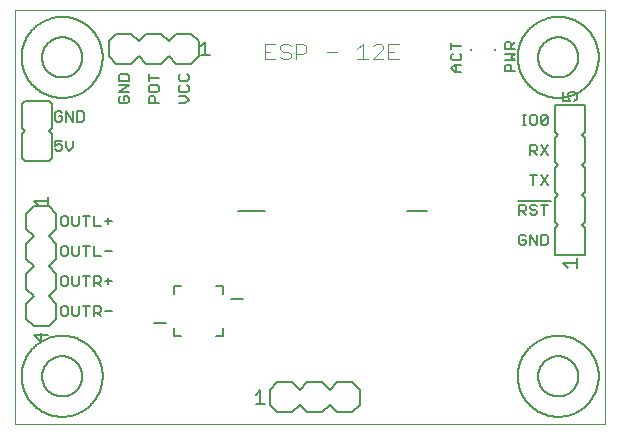
<source format=gto>
G04 Created by GerbView by Software Companions*
%FSLAX24Y24*%
%MOIN*%
%ADD10C,0.0010*%
%ADD11C,0.0060*%
%ADD12R,0.0078X0.0078*%
%ADD13C,0.0050*%
%ADD14C,0.0040*%
%LNEXPORT*%
D02*
D10*
X700Y2058D02*
X700Y15838D01*
X700Y15838D02*
X20385Y15838D01*
X20385Y15838D02*
X20385Y2058D01*
X20385Y2058D02*
X700Y2058D01*
D11*
X1605Y3633D02*
X1605Y3649D01*
X1605Y3649D02*
X1606Y3666D01*
X1606Y3666D02*
X1607Y3682D01*
X1607Y3682D02*
X1608Y3699D01*
X1608Y3699D02*
X1610Y3715D01*
X1610Y3715D02*
X1612Y3731D01*
X1612Y3731D02*
X1615Y3747D01*
X1615Y3747D02*
X1618Y3764D01*
X1618Y3764D02*
X1621Y3780D01*
X1621Y3780D02*
X1625Y3796D01*
X1625Y3796D02*
X1629Y3812D01*
X1629Y3812D02*
X1634Y3827D01*
X1634Y3827D02*
X1639Y3843D01*
X1639Y3843D02*
X1644Y3859D01*
X1644Y3859D02*
X1650Y3874D01*
X1650Y3874D02*
X1656Y3889D01*
X1656Y3889D02*
X1662Y3904D01*
X1662Y3904D02*
X1669Y3919D01*
X1669Y3919D02*
X1677Y3934D01*
X1677Y3934D02*
X1684Y3949D01*
X1684Y3949D02*
X1692Y3963D01*
X1692Y3963D02*
X1700Y3977D01*
X1700Y3977D02*
X1709Y3991D01*
X1709Y3991D02*
X1718Y4005D01*
X1718Y4005D02*
X1727Y4018D01*
X1727Y4018D02*
X1737Y4032D01*
X1737Y4032D02*
X1747Y4045D01*
X1747Y4045D02*
X1757Y4058D01*
X1757Y4058D02*
X1768Y4070D01*
X1768Y4070D02*
X1778Y4083D01*
X1778Y4083D02*
X1790Y4095D01*
X1790Y4095D02*
X1801Y4106D01*
X1801Y4106D02*
X1813Y4118D01*
X1813Y4118D02*
X1825Y4129D01*
X1825Y4129D02*
X1837Y4140D01*
X1837Y4140D02*
X1850Y4150D01*
X1850Y4150D02*
X1863Y4161D01*
X1863Y4161D02*
X1876Y4171D01*
X1876Y4171D02*
X1889Y4180D01*
X1889Y4180D02*
X1903Y4190D01*
X1903Y4190D02*
X1916Y4199D01*
X1916Y4199D02*
X1930Y4207D01*
X1930Y4207D02*
X1944Y4215D01*
X1944Y4215D02*
X1959Y4223D01*
X1959Y4223D02*
X1973Y4231D01*
X1973Y4231D02*
X1988Y4238D01*
X1988Y4238D02*
X2003Y4245D01*
X2003Y4245D02*
X2018Y4251D01*
X2018Y4251D02*
X2033Y4258D01*
X2033Y4258D02*
X2049Y4263D01*
X2049Y4263D02*
X2064Y4269D01*
X2064Y4269D02*
X2080Y4274D01*
X2080Y4274D02*
X2096Y4278D01*
X2096Y4278D02*
X2112Y4282D01*
X2112Y4282D02*
X2128Y4286D01*
X2128Y4286D02*
X2144Y4289D01*
X2144Y4289D02*
X2160Y4292D01*
X2160Y4292D02*
X2176Y4295D01*
X2176Y4295D02*
X2192Y4297D01*
X2192Y4297D02*
X2209Y4299D01*
X2209Y4299D02*
X2225Y4301D01*
X2225Y4301D02*
X2242Y4302D01*
X2242Y4302D02*
X2258Y4302D01*
X2258Y4302D02*
X2274Y4302D01*
X2274Y4302D02*
X2291Y4302D01*
X2291Y4302D02*
X2307Y4302D01*
X2307Y4302D02*
X2324Y4301D01*
X2324Y4301D02*
X2340Y4299D01*
X2340Y4299D02*
X2356Y4297D01*
X2356Y4297D02*
X2373Y4295D01*
X2373Y4295D02*
X2389Y4292D01*
X2389Y4292D02*
X2405Y4289D01*
X2405Y4289D02*
X2421Y4286D01*
X2421Y4286D02*
X2437Y4282D01*
X2437Y4282D02*
X2453Y4278D01*
X2453Y4278D02*
X2469Y4274D01*
X2469Y4274D02*
X2484Y4269D01*
X2484Y4269D02*
X2500Y4263D01*
X2500Y4263D02*
X2515Y4258D01*
X2515Y4258D02*
X2530Y4251D01*
X2530Y4251D02*
X2546Y4245D01*
X2546Y4245D02*
X2561Y4238D01*
X2561Y4238D02*
X2575Y4231D01*
X2575Y4231D02*
X2590Y4223D01*
X2590Y4223D02*
X2604Y4215D01*
X2604Y4215D02*
X2618Y4207D01*
X2618Y4207D02*
X2632Y4199D01*
X2632Y4199D02*
X2646Y4190D01*
X2646Y4190D02*
X2660Y4180D01*
X2660Y4180D02*
X2673Y4171D01*
X2673Y4171D02*
X2686Y4161D01*
X2686Y4161D02*
X2699Y4150D01*
X2699Y4150D02*
X2712Y4140D01*
X2712Y4140D02*
X2724Y4129D01*
X2724Y4129D02*
X2736Y4118D01*
X2736Y4118D02*
X2748Y4106D01*
X2748Y4106D02*
X2759Y4095D01*
X2759Y4095D02*
X2770Y4083D01*
X2770Y4083D02*
X2781Y4070D01*
X2781Y4070D02*
X2792Y4058D01*
X2792Y4058D02*
X2802Y4045D01*
X2802Y4045D02*
X2812Y4032D01*
X2812Y4032D02*
X2822Y4018D01*
X2822Y4018D02*
X2831Y4005D01*
X2831Y4005D02*
X2840Y3991D01*
X2840Y3991D02*
X2848Y3977D01*
X2848Y3977D02*
X2857Y3963D01*
X2857Y3963D02*
X2865Y3949D01*
X2865Y3949D02*
X2872Y3934D01*
X2872Y3934D02*
X2879Y3919D01*
X2879Y3919D02*
X2886Y3904D01*
X2886Y3904D02*
X2893Y3889D01*
X2893Y3889D02*
X2899Y3874D01*
X2899Y3874D02*
X2905Y3859D01*
X2905Y3859D02*
X2910Y3843D01*
X2910Y3843D02*
X2915Y3827D01*
X2915Y3827D02*
X2919Y3812D01*
X2919Y3812D02*
X2924Y3796D01*
X2924Y3796D02*
X2927Y3780D01*
X2927Y3780D02*
X2931Y3764D01*
X2931Y3764D02*
X2934Y3747D01*
X2934Y3747D02*
X2936Y3731D01*
X2936Y3731D02*
X2939Y3715D01*
X2939Y3715D02*
X2940Y3699D01*
X2940Y3699D02*
X2942Y3682D01*
X2942Y3682D02*
X2943Y3666D01*
X2943Y3666D02*
X2943Y3649D01*
X2943Y3649D02*
X2944Y3633D01*
X2944Y3633D02*
X2943Y3617D01*
X2943Y3617D02*
X2943Y3600D01*
X2943Y3600D02*
X2942Y3584D01*
X2942Y3584D02*
X2940Y3567D01*
X2940Y3567D02*
X2939Y3551D01*
X2939Y3551D02*
X2936Y3535D01*
X2936Y3535D02*
X2934Y3519D01*
X2934Y3519D02*
X2931Y3502D01*
X2931Y3502D02*
X2927Y3486D01*
X2927Y3486D02*
X2924Y3470D01*
X2924Y3470D02*
X2919Y3455D01*
X2919Y3455D02*
X2915Y3439D01*
X2915Y3439D02*
X2910Y3423D01*
X2910Y3423D02*
X2905Y3408D01*
X2905Y3408D02*
X2899Y3392D01*
X2899Y3392D02*
X2893Y3377D01*
X2893Y3377D02*
X2886Y3362D01*
X2886Y3362D02*
X2879Y3347D01*
X2879Y3347D02*
X2872Y3332D01*
X2872Y3332D02*
X2865Y3318D01*
X2865Y3318D02*
X2857Y3303D01*
X2857Y3303D02*
X2848Y3289D01*
X2848Y3289D02*
X2840Y3275D01*
X2840Y3275D02*
X2831Y3261D01*
X2831Y3261D02*
X2822Y3248D01*
X2822Y3248D02*
X2812Y3234D01*
X2812Y3234D02*
X2802Y3221D01*
X2802Y3221D02*
X2792Y3208D01*
X2792Y3208D02*
X2781Y3196D01*
X2781Y3196D02*
X2770Y3184D01*
X2770Y3184D02*
X2759Y3172D01*
X2759Y3172D02*
X2748Y3160D01*
X2748Y3160D02*
X2736Y3148D01*
X2736Y3148D02*
X2724Y3137D01*
X2724Y3137D02*
X2712Y3126D01*
X2712Y3126D02*
X2699Y3116D01*
X2699Y3116D02*
X2686Y3105D01*
X2686Y3105D02*
X2673Y3095D01*
X2673Y3095D02*
X2660Y3086D01*
X2660Y3086D02*
X2646Y3077D01*
X2646Y3077D02*
X2632Y3068D01*
X2632Y3068D02*
X2618Y3059D01*
X2618Y3059D02*
X2604Y3051D01*
X2604Y3051D02*
X2590Y3043D01*
X2590Y3043D02*
X2575Y3035D01*
X2575Y3035D02*
X2561Y3028D01*
X2561Y3028D02*
X2546Y3021D01*
X2546Y3021D02*
X2530Y3015D01*
X2530Y3015D02*
X2515Y3009D01*
X2515Y3009D02*
X2500Y3003D01*
X2500Y3003D02*
X2484Y2998D01*
X2484Y2998D02*
X2469Y2993D01*
X2469Y2993D02*
X2453Y2988D01*
X2453Y2988D02*
X2437Y2984D01*
X2437Y2984D02*
X2421Y2980D01*
X2421Y2980D02*
X2405Y2977D01*
X2405Y2977D02*
X2389Y2974D01*
X2389Y2974D02*
X2373Y2971D01*
X2373Y2971D02*
X2356Y2969D01*
X2356Y2969D02*
X2340Y2967D01*
X2340Y2967D02*
X2324Y2966D01*
X2324Y2966D02*
X2307Y2965D01*
X2307Y2965D02*
X2291Y2964D01*
X2291Y2964D02*
X2274Y2964D01*
X2274Y2964D02*
X2258Y2964D01*
X2258Y2964D02*
X2242Y2965D01*
X2242Y2965D02*
X2225Y2966D01*
X2225Y2966D02*
X2209Y2967D01*
X2209Y2967D02*
X2192Y2969D01*
X2192Y2969D02*
X2176Y2971D01*
X2176Y2971D02*
X2160Y2974D01*
X2160Y2974D02*
X2144Y2977D01*
X2144Y2977D02*
X2128Y2980D01*
X2128Y2980D02*
X2112Y2984D01*
X2112Y2984D02*
X2096Y2988D01*
X2096Y2988D02*
X2080Y2993D01*
X2080Y2993D02*
X2064Y2998D01*
X2064Y2998D02*
X2049Y3003D01*
X2049Y3003D02*
X2033Y3009D01*
X2033Y3009D02*
X2018Y3015D01*
X2018Y3015D02*
X2003Y3021D01*
X2003Y3021D02*
X1988Y3028D01*
X1988Y3028D02*
X1973Y3035D01*
X1973Y3035D02*
X1959Y3043D01*
X1959Y3043D02*
X1944Y3051D01*
X1944Y3051D02*
X1930Y3059D01*
X1930Y3059D02*
X1916Y3068D01*
X1916Y3068D02*
X1903Y3077D01*
X1903Y3077D02*
X1889Y3086D01*
X1889Y3086D02*
X1876Y3095D01*
X1876Y3095D02*
X1863Y3105D01*
X1863Y3105D02*
X1850Y3116D01*
X1850Y3116D02*
X1837Y3126D01*
X1837Y3126D02*
X1825Y3137D01*
X1825Y3137D02*
X1813Y3148D01*
X1813Y3148D02*
X1801Y3160D01*
X1801Y3160D02*
X1790Y3172D01*
X1790Y3172D02*
X1778Y3184D01*
X1778Y3184D02*
X1768Y3196D01*
X1768Y3196D02*
X1757Y3208D01*
X1757Y3208D02*
X1747Y3221D01*
X1747Y3221D02*
X1737Y3234D01*
X1737Y3234D02*
X1727Y3248D01*
X1727Y3248D02*
X1718Y3261D01*
X1718Y3261D02*
X1709Y3275D01*
X1709Y3275D02*
X1700Y3289D01*
X1700Y3289D02*
X1692Y3303D01*
X1692Y3303D02*
X1684Y3318D01*
X1684Y3318D02*
X1677Y3332D01*
X1677Y3332D02*
X1669Y3347D01*
X1669Y3347D02*
X1662Y3362D01*
X1662Y3362D02*
X1656Y3377D01*
X1656Y3377D02*
X1650Y3392D01*
X1650Y3392D02*
X1644Y3408D01*
X1644Y3408D02*
X1639Y3423D01*
X1639Y3423D02*
X1634Y3439D01*
X1634Y3439D02*
X1629Y3455D01*
X1629Y3455D02*
X1625Y3470D01*
X1625Y3470D02*
X1621Y3486D01*
X1621Y3486D02*
X1618Y3502D01*
X1618Y3502D02*
X1615Y3519D01*
X1615Y3519D02*
X1612Y3535D01*
X1612Y3535D02*
X1610Y3551D01*
X1610Y3551D02*
X1608Y3567D01*
X1608Y3567D02*
X1607Y3584D01*
X1607Y3584D02*
X1606Y3600D01*
X1606Y3600D02*
X1605Y3617D01*
X1605Y3617D02*
X1605Y3633D01*
X924Y3633D02*
X925Y3666D01*
X925Y3666D02*
X926Y3699D01*
X926Y3699D02*
X928Y3732D01*
X928Y3732D02*
X931Y3765D01*
X931Y3765D02*
X935Y3798D01*
X935Y3798D02*
X939Y3831D01*
X939Y3831D02*
X944Y3864D01*
X944Y3864D02*
X950Y3896D01*
X950Y3896D02*
X957Y3929D01*
X957Y3929D02*
X965Y3961D01*
X965Y3961D02*
X973Y3993D01*
X973Y3993D02*
X982Y4025D01*
X982Y4025D02*
X992Y4057D01*
X992Y4057D02*
X1003Y4088D01*
X1003Y4088D02*
X1015Y4119D01*
X1015Y4119D02*
X1027Y4150D01*
X1027Y4150D02*
X1040Y4180D01*
X1040Y4180D02*
X1054Y4210D01*
X1054Y4210D02*
X1068Y4240D01*
X1068Y4240D02*
X1084Y4269D01*
X1084Y4269D02*
X1100Y4298D01*
X1100Y4298D02*
X1116Y4327D01*
X1116Y4327D02*
X1134Y4355D01*
X1134Y4355D02*
X1152Y4383D01*
X1152Y4383D02*
X1171Y4410D01*
X1171Y4410D02*
X1190Y4437D01*
X1190Y4437D02*
X1210Y4464D01*
X1210Y4464D02*
X1231Y4489D01*
X1231Y4489D02*
X1252Y4515D01*
X1252Y4515D02*
X1274Y4540D01*
X1274Y4540D02*
X1297Y4564D01*
X1297Y4564D02*
X1320Y4588D01*
X1320Y4588D02*
X1343Y4611D01*
X1343Y4611D02*
X1368Y4633D01*
X1368Y4633D02*
X1393Y4655D01*
X1393Y4655D02*
X1418Y4677D01*
X1418Y4677D02*
X1444Y4697D01*
X1444Y4697D02*
X1470Y4717D01*
X1470Y4717D02*
X1497Y4737D01*
X1497Y4737D02*
X1524Y4756D01*
X1524Y4756D02*
X1552Y4774D01*
X1552Y4774D02*
X1580Y4791D01*
X1580Y4791D02*
X1609Y4808D01*
X1609Y4808D02*
X1638Y4824D01*
X1638Y4824D02*
X1667Y4839D01*
X1667Y4839D02*
X1697Y4853D01*
X1697Y4853D02*
X1727Y4867D01*
X1727Y4867D02*
X1758Y4880D01*
X1758Y4880D02*
X1788Y4893D01*
X1788Y4893D02*
X1820Y4904D01*
X1820Y4904D02*
X1851Y4915D01*
X1851Y4915D02*
X1882Y4925D01*
X1882Y4925D02*
X1914Y4934D01*
X1914Y4934D02*
X1946Y4943D01*
X1946Y4943D02*
X1979Y4950D01*
X1979Y4950D02*
X2011Y4957D01*
X2011Y4957D02*
X2044Y4963D01*
X2044Y4963D02*
X2076Y4968D01*
X2076Y4968D02*
X2109Y4973D01*
X2109Y4973D02*
X2142Y4977D01*
X2142Y4977D02*
X2175Y4979D01*
X2175Y4979D02*
X2208Y4981D01*
X2208Y4981D02*
X2241Y4983D01*
X2241Y4983D02*
X2274Y4983D01*
X2274Y4983D02*
X2307Y4983D01*
X2307Y4983D02*
X2341Y4981D01*
X2341Y4981D02*
X2374Y4979D01*
X2374Y4979D02*
X2407Y4977D01*
X2407Y4977D02*
X2440Y4973D01*
X2440Y4973D02*
X2472Y4968D01*
X2472Y4968D02*
X2505Y4963D01*
X2505Y4963D02*
X2538Y4957D01*
X2538Y4957D02*
X2570Y4950D01*
X2570Y4950D02*
X2602Y4943D01*
X2602Y4943D02*
X2634Y4934D01*
X2634Y4934D02*
X2666Y4925D01*
X2666Y4925D02*
X2698Y4915D01*
X2698Y4915D02*
X2729Y4904D01*
X2729Y4904D02*
X2760Y4893D01*
X2760Y4893D02*
X2791Y4880D01*
X2791Y4880D02*
X2821Y4867D01*
X2821Y4867D02*
X2852Y4853D01*
X2852Y4853D02*
X2881Y4839D01*
X2881Y4839D02*
X2911Y4824D01*
X2911Y4824D02*
X2940Y4808D01*
X2940Y4808D02*
X2968Y4791D01*
X2968Y4791D02*
X2997Y4774D01*
X2997Y4774D02*
X3024Y4756D01*
X3024Y4756D02*
X3052Y4737D01*
X3052Y4737D02*
X3079Y4717D01*
X3079Y4717D02*
X3105Y4697D01*
X3105Y4697D02*
X3131Y4677D01*
X3131Y4677D02*
X3156Y4655D01*
X3156Y4655D02*
X3181Y4633D01*
X3181Y4633D02*
X3205Y4611D01*
X3205Y4611D02*
X3229Y4588D01*
X3229Y4588D02*
X3252Y4564D01*
X3252Y4564D02*
X3275Y4540D01*
X3275Y4540D02*
X3297Y4515D01*
X3297Y4515D02*
X3318Y4489D01*
X3318Y4489D02*
X3339Y4464D01*
X3339Y4464D02*
X3359Y4437D01*
X3359Y4437D02*
X3378Y4410D01*
X3378Y4410D02*
X3397Y4383D01*
X3397Y4383D02*
X3415Y4355D01*
X3415Y4355D02*
X3432Y4327D01*
X3432Y4327D02*
X3449Y4298D01*
X3449Y4298D02*
X3465Y4269D01*
X3465Y4269D02*
X3480Y4240D01*
X3480Y4240D02*
X3495Y4210D01*
X3495Y4210D02*
X3509Y4180D01*
X3509Y4180D02*
X3522Y4150D01*
X3522Y4150D02*
X3534Y4119D01*
X3534Y4119D02*
X3545Y4088D01*
X3545Y4088D02*
X3556Y4057D01*
X3556Y4057D02*
X3566Y4025D01*
X3566Y4025D02*
X3575Y3993D01*
X3575Y3993D02*
X3584Y3961D01*
X3584Y3961D02*
X3592Y3929D01*
X3592Y3929D02*
X3598Y3896D01*
X3598Y3896D02*
X3604Y3864D01*
X3604Y3864D02*
X3610Y3831D01*
X3610Y3831D02*
X3614Y3798D01*
X3614Y3798D02*
X3618Y3765D01*
X3618Y3765D02*
X3621Y3732D01*
X3621Y3732D02*
X3623Y3699D01*
X3623Y3699D02*
X3624Y3666D01*
X3624Y3666D02*
X3624Y3633D01*
X3624Y3633D02*
X3624Y3600D01*
X3624Y3600D02*
X3623Y3567D01*
X3623Y3567D02*
X3621Y3534D01*
X3621Y3534D02*
X3618Y3501D01*
X3618Y3501D02*
X3614Y3468D01*
X3614Y3468D02*
X3610Y3435D01*
X3610Y3435D02*
X3604Y3402D01*
X3604Y3402D02*
X3598Y3370D01*
X3598Y3370D02*
X3592Y3337D01*
X3592Y3337D02*
X3584Y3305D01*
X3584Y3305D02*
X3575Y3273D01*
X3575Y3273D02*
X3566Y3241D01*
X3566Y3241D02*
X3556Y3210D01*
X3556Y3210D02*
X3545Y3178D01*
X3545Y3178D02*
X3534Y3147D01*
X3534Y3147D02*
X3522Y3116D01*
X3522Y3116D02*
X3509Y3086D01*
X3509Y3086D02*
X3495Y3056D01*
X3495Y3056D02*
X3480Y3026D01*
X3480Y3026D02*
X3465Y2997D01*
X3465Y2997D02*
X3449Y2968D01*
X3449Y2968D02*
X3432Y2939D01*
X3432Y2939D02*
X3415Y2911D01*
X3415Y2911D02*
X3397Y2883D01*
X3397Y2883D02*
X3378Y2856D01*
X3378Y2856D02*
X3359Y2829D01*
X3359Y2829D02*
X3339Y2802D01*
X3339Y2802D02*
X3318Y2777D01*
X3318Y2777D02*
X3297Y2751D01*
X3297Y2751D02*
X3275Y2726D01*
X3275Y2726D02*
X3252Y2702D01*
X3252Y2702D02*
X3229Y2678D01*
X3229Y2678D02*
X3205Y2655D01*
X3205Y2655D02*
X3181Y2633D01*
X3181Y2633D02*
X3156Y2611D01*
X3156Y2611D02*
X3131Y2589D01*
X3131Y2589D02*
X3105Y2569D01*
X3105Y2569D02*
X3079Y2549D01*
X3079Y2549D02*
X3052Y2529D01*
X3052Y2529D02*
X3024Y2511D01*
X3024Y2511D02*
X2997Y2492D01*
X2997Y2492D02*
X2968Y2475D01*
X2968Y2475D02*
X2940Y2458D01*
X2940Y2458D02*
X2911Y2442D01*
X2911Y2442D02*
X2881Y2427D01*
X2881Y2427D02*
X2852Y2413D01*
X2852Y2413D02*
X2821Y2399D01*
X2821Y2399D02*
X2791Y2386D01*
X2791Y2386D02*
X2760Y2374D01*
X2760Y2374D02*
X2729Y2362D01*
X2729Y2362D02*
X2698Y2351D01*
X2698Y2351D02*
X2666Y2341D01*
X2666Y2341D02*
X2634Y2332D01*
X2634Y2332D02*
X2602Y2324D01*
X2602Y2324D02*
X2570Y2316D01*
X2570Y2316D02*
X2538Y2309D01*
X2538Y2309D02*
X2505Y2303D01*
X2505Y2303D02*
X2472Y2298D01*
X2472Y2298D02*
X2440Y2293D01*
X2440Y2293D02*
X2407Y2290D01*
X2407Y2290D02*
X2374Y2287D01*
X2374Y2287D02*
X2341Y2285D01*
X2341Y2285D02*
X2307Y2283D01*
X2307Y2283D02*
X2274Y2283D01*
X2274Y2283D02*
X2241Y2283D01*
X2241Y2283D02*
X2208Y2285D01*
X2208Y2285D02*
X2175Y2287D01*
X2175Y2287D02*
X2142Y2290D01*
X2142Y2290D02*
X2109Y2293D01*
X2109Y2293D02*
X2076Y2298D01*
X2076Y2298D02*
X2044Y2303D01*
X2044Y2303D02*
X2011Y2309D01*
X2011Y2309D02*
X1979Y2316D01*
X1979Y2316D02*
X1946Y2324D01*
X1946Y2324D02*
X1914Y2332D01*
X1914Y2332D02*
X1882Y2341D01*
X1882Y2341D02*
X1851Y2351D01*
X1851Y2351D02*
X1820Y2362D01*
X1820Y2362D02*
X1788Y2374D01*
X1788Y2374D02*
X1758Y2386D01*
X1758Y2386D02*
X1727Y2399D01*
X1727Y2399D02*
X1697Y2413D01*
X1697Y2413D02*
X1667Y2427D01*
X1667Y2427D02*
X1638Y2442D01*
X1638Y2442D02*
X1609Y2458D01*
X1609Y2458D02*
X1580Y2475D01*
X1580Y2475D02*
X1552Y2492D01*
X1552Y2492D02*
X1524Y2511D01*
X1524Y2511D02*
X1497Y2529D01*
X1497Y2529D02*
X1470Y2549D01*
X1470Y2549D02*
X1444Y2569D01*
X1444Y2569D02*
X1418Y2589D01*
X1418Y2589D02*
X1393Y2611D01*
X1393Y2611D02*
X1368Y2633D01*
X1368Y2633D02*
X1343Y2655D01*
X1343Y2655D02*
X1320Y2678D01*
X1320Y2678D02*
X1297Y2702D01*
X1297Y2702D02*
X1274Y2726D01*
X1274Y2726D02*
X1252Y2751D01*
X1252Y2751D02*
X1231Y2777D01*
X1231Y2777D02*
X1210Y2802D01*
X1210Y2802D02*
X1190Y2829D01*
X1190Y2829D02*
X1171Y2856D01*
X1171Y2856D02*
X1152Y2883D01*
X1152Y2883D02*
X1134Y2911D01*
X1134Y2911D02*
X1116Y2939D01*
X1116Y2939D02*
X1100Y2968D01*
X1100Y2968D02*
X1084Y2997D01*
X1084Y2997D02*
X1068Y3026D01*
X1068Y3026D02*
X1054Y3056D01*
X1054Y3056D02*
X1040Y3086D01*
X1040Y3086D02*
X1027Y3116D01*
X1027Y3116D02*
X1015Y3147D01*
X1015Y3147D02*
X1003Y3178D01*
X1003Y3178D02*
X992Y3210D01*
X992Y3210D02*
X982Y3241D01*
X982Y3241D02*
X973Y3273D01*
X973Y3273D02*
X965Y3305D01*
X965Y3305D02*
X957Y3337D01*
X957Y3337D02*
X950Y3370D01*
X950Y3370D02*
X944Y3402D01*
X944Y3402D02*
X939Y3435D01*
X939Y3435D02*
X935Y3468D01*
X935Y3468D02*
X931Y3501D01*
X931Y3501D02*
X928Y3534D01*
X928Y3534D02*
X926Y3567D01*
X926Y3567D02*
X925Y3600D01*
X925Y3600D02*
X924Y3633D01*
X1325Y5308D02*
X1075Y5558D01*
X1075Y5558D02*
X1075Y6058D01*
X1075Y6058D02*
X1325Y6308D01*
X1325Y6308D02*
X1075Y6558D01*
X1075Y6558D02*
X1075Y7058D01*
X1075Y7058D02*
X1325Y7308D01*
X1325Y7308D02*
X1075Y7558D01*
X1075Y7558D02*
X1075Y8058D01*
X1075Y8058D02*
X1325Y8308D01*
X1325Y8308D02*
X1075Y8558D01*
X1075Y8558D02*
X1075Y9058D01*
X1075Y9058D02*
X1325Y9308D01*
X1325Y9308D02*
X1825Y9308D01*
X1825Y9308D02*
X2075Y9058D01*
X2075Y9058D02*
X2075Y8558D01*
X2075Y8558D02*
X1825Y8308D01*
X1825Y8308D02*
X2075Y8058D01*
X2075Y8058D02*
X2075Y7558D01*
X2075Y7558D02*
X1825Y7308D01*
X1825Y7308D02*
X2075Y7058D01*
X2075Y7058D02*
X2075Y6558D01*
X2075Y6558D02*
X1825Y6308D01*
X1825Y6308D02*
X2075Y6058D01*
X2075Y6058D02*
X2075Y5558D01*
X2075Y5558D02*
X1825Y5308D01*
X1825Y5308D02*
X1325Y5308D01*
X2230Y5695D02*
X2286Y5638D01*
X2286Y5638D02*
X2400Y5638D01*
X2400Y5638D02*
X2456Y5695D01*
X2456Y5695D02*
X2456Y5922D01*
X2456Y5922D02*
X2400Y5979D01*
X2400Y5979D02*
X2286Y5979D01*
X2286Y5979D02*
X2230Y5922D01*
X2230Y5922D02*
X2230Y5695D01*
X2598Y5695D02*
X2598Y5979D01*
X2825Y5979D02*
X2825Y5695D01*
X2825Y5695D02*
X2768Y5638D01*
X2768Y5638D02*
X2655Y5638D01*
X2655Y5638D02*
X2598Y5695D01*
X2966Y5979D02*
X3193Y5979D01*
X3080Y5979D02*
X3080Y5638D01*
X3334Y5638D02*
X3334Y5979D01*
X3334Y5979D02*
X3505Y5979D01*
X3505Y5979D02*
X3561Y5922D01*
X3561Y5922D02*
X3561Y5808D01*
X3561Y5808D02*
X3505Y5752D01*
X3505Y5752D02*
X3334Y5752D01*
X3448Y5752D02*
X3561Y5638D01*
X3703Y5808D02*
X3930Y5808D01*
X3816Y6695D02*
X3816Y6922D01*
X3703Y6808D02*
X3930Y6808D01*
X3561Y6808D02*
X3505Y6752D01*
X3505Y6752D02*
X3334Y6752D01*
X3334Y6638D02*
X3334Y6979D01*
X3334Y6979D02*
X3505Y6979D01*
X3505Y6979D02*
X3561Y6922D01*
X3561Y6922D02*
X3561Y6808D01*
X3448Y6752D02*
X3561Y6638D01*
X3193Y6979D02*
X2966Y6979D01*
X3080Y6979D02*
X3080Y6638D01*
X2825Y6695D02*
X2825Y6979D01*
X2598Y6979D02*
X2598Y6695D01*
X2598Y6695D02*
X2655Y6638D01*
X2655Y6638D02*
X2768Y6638D01*
X2768Y6638D02*
X2825Y6695D01*
X2456Y6695D02*
X2456Y6922D01*
X2456Y6922D02*
X2400Y6979D01*
X2400Y6979D02*
X2286Y6979D01*
X2286Y6979D02*
X2230Y6922D01*
X2230Y6922D02*
X2230Y6695D01*
X2230Y6695D02*
X2286Y6638D01*
X2286Y6638D02*
X2400Y6638D01*
X2400Y6638D02*
X2456Y6695D01*
X2400Y7638D02*
X2456Y7695D01*
X2456Y7695D02*
X2456Y7922D01*
X2456Y7922D02*
X2400Y7979D01*
X2400Y7979D02*
X2286Y7979D01*
X2286Y7979D02*
X2230Y7922D01*
X2230Y7922D02*
X2230Y7695D01*
X2230Y7695D02*
X2286Y7638D01*
X2286Y7638D02*
X2400Y7638D01*
X2598Y7695D02*
X2655Y7638D01*
X2655Y7638D02*
X2768Y7638D01*
X2768Y7638D02*
X2825Y7695D01*
X2825Y7695D02*
X2825Y7979D01*
X2966Y7979D02*
X3193Y7979D01*
X3080Y7979D02*
X3080Y7638D01*
X3334Y7638D02*
X3334Y7979D01*
X3703Y7808D02*
X3930Y7808D01*
X3561Y7638D02*
X3334Y7638D01*
X2598Y7695D02*
X2598Y7979D01*
X2655Y8638D02*
X2768Y8638D01*
X2768Y8638D02*
X2825Y8695D01*
X2825Y8695D02*
X2825Y8979D01*
X2966Y8979D02*
X3193Y8979D01*
X3080Y8979D02*
X3080Y8638D01*
X3334Y8638D02*
X3334Y8979D01*
X3703Y8808D02*
X3930Y8808D01*
X3816Y8922D02*
X3816Y8695D01*
X3561Y8638D02*
X3334Y8638D01*
X2655Y8638D02*
X2598Y8695D01*
X2598Y8695D02*
X2598Y8979D01*
X2456Y8922D02*
X2400Y8979D01*
X2400Y8979D02*
X2286Y8979D01*
X2286Y8979D02*
X2230Y8922D01*
X2230Y8922D02*
X2230Y8695D01*
X2230Y8695D02*
X2286Y8638D01*
X2286Y8638D02*
X2400Y8638D01*
X2400Y8638D02*
X2456Y8695D01*
X2456Y8695D02*
X2456Y8922D01*
X1850Y10808D02*
X1050Y10808D01*
X1050Y10808D02*
X950Y10908D01*
X950Y10908D02*
X950Y11708D01*
X950Y11708D02*
X1050Y11808D01*
X1050Y11808D02*
X950Y11908D01*
X950Y11908D02*
X950Y12708D01*
X950Y12708D02*
X1050Y12808D01*
X1050Y12808D02*
X1850Y12808D01*
X1850Y12808D02*
X1950Y12708D01*
X1950Y12708D02*
X1950Y11908D01*
X1950Y11908D02*
X1850Y11808D01*
X1850Y11808D02*
X1950Y11708D01*
X1950Y11708D02*
X1950Y10908D01*
X1950Y10908D02*
X1850Y10808D01*
X2094Y11151D02*
X2037Y11208D01*
X2094Y11151D02*
X2207Y11151D01*
X2207Y11151D02*
X2264Y11208D01*
X2264Y11208D02*
X2264Y11321D01*
X2264Y11321D02*
X2207Y11378D01*
X2207Y11378D02*
X2150Y11378D01*
X2150Y11378D02*
X2037Y11321D01*
X2037Y11321D02*
X2037Y11491D01*
X2037Y11491D02*
X2264Y11491D01*
X2405Y11491D02*
X2405Y11264D01*
X2405Y11264D02*
X2519Y11151D01*
X2519Y11151D02*
X2632Y11264D01*
X2632Y11264D02*
X2632Y11491D01*
X2640Y12123D02*
X2640Y12464D01*
X2781Y12464D02*
X2781Y12123D01*
X2781Y12123D02*
X2951Y12123D01*
X2951Y12123D02*
X3008Y12180D01*
X3008Y12180D02*
X3008Y12407D01*
X3008Y12407D02*
X2951Y12464D01*
X2951Y12464D02*
X2781Y12464D01*
X2413Y12464D02*
X2640Y12123D01*
X2413Y12123D02*
X2413Y12464D01*
X2271Y12407D02*
X2215Y12464D01*
X2215Y12464D02*
X2101Y12464D01*
X2101Y12464D02*
X2045Y12407D01*
X2045Y12407D02*
X2045Y12180D01*
X2045Y12180D02*
X2101Y12123D01*
X2101Y12123D02*
X2215Y12123D01*
X2215Y12123D02*
X2271Y12180D01*
X2271Y12180D02*
X2271Y12293D01*
X2271Y12293D02*
X2158Y12293D01*
X4075Y14058D02*
X3825Y14308D01*
X3825Y14308D02*
X3825Y14808D01*
X3825Y14808D02*
X4075Y15058D01*
X4075Y15058D02*
X4575Y15058D01*
X4575Y15058D02*
X4825Y14808D01*
X4825Y14808D02*
X5075Y15058D01*
X5075Y15058D02*
X5575Y15058D01*
X5575Y15058D02*
X5825Y14808D01*
X5825Y14808D02*
X6075Y15058D01*
X6075Y15058D02*
X6575Y15058D01*
X6575Y15058D02*
X6825Y14808D01*
X6825Y14808D02*
X6825Y14308D01*
X6825Y14308D02*
X6575Y14058D01*
X6575Y14058D02*
X6075Y14058D01*
X6075Y14058D02*
X5825Y14308D01*
X5825Y14308D02*
X5575Y14058D01*
X5575Y14058D02*
X5075Y14058D01*
X5075Y14058D02*
X4825Y14308D01*
X4825Y14308D02*
X4575Y14058D01*
X4575Y14058D02*
X4075Y14058D01*
X4211Y13697D02*
X4154Y13640D01*
X4154Y13640D02*
X4154Y13470D01*
X4154Y13470D02*
X4495Y13470D01*
X4495Y13470D02*
X4495Y13640D01*
X4495Y13640D02*
X4438Y13697D01*
X4438Y13697D02*
X4211Y13697D01*
X4154Y13329D02*
X4495Y13329D01*
X4495Y13329D02*
X4154Y13102D01*
X4154Y13102D02*
X4495Y13102D01*
X4438Y12960D02*
X4324Y12960D01*
X4324Y12960D02*
X4324Y12847D01*
X4438Y12733D02*
X4211Y12733D01*
X4211Y12733D02*
X4154Y12790D01*
X4154Y12790D02*
X4154Y12903D01*
X4154Y12903D02*
X4211Y12960D01*
X4438Y12960D02*
X4495Y12903D01*
X4495Y12903D02*
X4495Y12790D01*
X4495Y12790D02*
X4438Y12733D01*
X5154Y12733D02*
X5154Y12903D01*
X5154Y12903D02*
X5211Y12960D01*
X5211Y12960D02*
X5324Y12960D01*
X5324Y12960D02*
X5381Y12903D01*
X5381Y12903D02*
X5381Y12733D01*
X5495Y12733D02*
X5154Y12733D01*
X5211Y13102D02*
X5438Y13102D01*
X5438Y13102D02*
X5495Y13158D01*
X5495Y13158D02*
X5495Y13272D01*
X5495Y13272D02*
X5438Y13329D01*
X5438Y13329D02*
X5211Y13329D01*
X5211Y13329D02*
X5154Y13272D01*
X5154Y13272D02*
X5154Y13158D01*
X5154Y13158D02*
X5211Y13102D01*
X5154Y13470D02*
X5154Y13697D01*
X5154Y13583D02*
X5495Y13583D01*
X6154Y13640D02*
X6154Y13527D01*
X6154Y13527D02*
X6211Y13470D01*
X6211Y13470D02*
X6438Y13470D01*
X6438Y13470D02*
X6495Y13527D01*
X6495Y13527D02*
X6495Y13640D01*
X6495Y13640D02*
X6438Y13697D01*
X6211Y13697D02*
X6154Y13640D01*
X6211Y13329D02*
X6154Y13272D01*
X6154Y13272D02*
X6154Y13158D01*
X6154Y13158D02*
X6211Y13102D01*
X6211Y13102D02*
X6438Y13102D01*
X6438Y13102D02*
X6495Y13158D01*
X6495Y13158D02*
X6495Y13272D01*
X6495Y13272D02*
X6438Y13329D01*
X6381Y12960D02*
X6154Y12960D01*
X6381Y12960D02*
X6495Y12847D01*
X6495Y12847D02*
X6381Y12733D01*
X6381Y12733D02*
X6154Y12733D01*
X1605Y14263D02*
X1605Y14279D01*
X1605Y14279D02*
X1606Y14296D01*
X1606Y14296D02*
X1607Y14312D01*
X1607Y14312D02*
X1608Y14329D01*
X1608Y14329D02*
X1610Y14345D01*
X1610Y14345D02*
X1612Y14361D01*
X1612Y14361D02*
X1615Y14377D01*
X1615Y14377D02*
X1618Y14394D01*
X1618Y14394D02*
X1621Y14410D01*
X1621Y14410D02*
X1625Y14426D01*
X1625Y14426D02*
X1629Y14442D01*
X1629Y14442D02*
X1634Y14457D01*
X1634Y14457D02*
X1639Y14473D01*
X1639Y14473D02*
X1644Y14489D01*
X1644Y14489D02*
X1650Y14504D01*
X1650Y14504D02*
X1656Y14519D01*
X1656Y14519D02*
X1662Y14534D01*
X1662Y14534D02*
X1669Y14549D01*
X1669Y14549D02*
X1677Y14564D01*
X1677Y14564D02*
X1684Y14579D01*
X1684Y14579D02*
X1692Y14593D01*
X1692Y14593D02*
X1700Y14607D01*
X1700Y14607D02*
X1709Y14621D01*
X1709Y14621D02*
X1718Y14635D01*
X1718Y14635D02*
X1727Y14648D01*
X1727Y14648D02*
X1737Y14662D01*
X1737Y14662D02*
X1747Y14675D01*
X1747Y14675D02*
X1757Y14688D01*
X1757Y14688D02*
X1768Y14700D01*
X1768Y14700D02*
X1778Y14713D01*
X1778Y14713D02*
X1790Y14725D01*
X1790Y14725D02*
X1801Y14736D01*
X1801Y14736D02*
X1813Y14748D01*
X1813Y14748D02*
X1825Y14759D01*
X1825Y14759D02*
X1837Y14770D01*
X1837Y14770D02*
X1850Y14780D01*
X1850Y14780D02*
X1863Y14791D01*
X1863Y14791D02*
X1876Y14801D01*
X1876Y14801D02*
X1889Y14810D01*
X1889Y14810D02*
X1903Y14820D01*
X1903Y14820D02*
X1916Y14829D01*
X1916Y14829D02*
X1930Y14837D01*
X1930Y14837D02*
X1944Y14845D01*
X1944Y14845D02*
X1959Y14853D01*
X1959Y14853D02*
X1973Y14861D01*
X1973Y14861D02*
X1988Y14868D01*
X1988Y14868D02*
X2003Y14875D01*
X2003Y14875D02*
X2018Y14881D01*
X2018Y14881D02*
X2033Y14888D01*
X2033Y14888D02*
X2049Y14893D01*
X2049Y14893D02*
X2064Y14899D01*
X2064Y14899D02*
X2080Y14904D01*
X2080Y14904D02*
X2096Y14908D01*
X2096Y14908D02*
X2112Y14912D01*
X2112Y14912D02*
X2128Y14916D01*
X2128Y14916D02*
X2144Y14919D01*
X2144Y14919D02*
X2160Y14922D01*
X2160Y14922D02*
X2176Y14925D01*
X2176Y14925D02*
X2192Y14927D01*
X2192Y14927D02*
X2209Y14929D01*
X2209Y14929D02*
X2225Y14931D01*
X2225Y14931D02*
X2242Y14932D01*
X2242Y14932D02*
X2258Y14932D01*
X2258Y14932D02*
X2274Y14932D01*
X2274Y14932D02*
X2291Y14932D01*
X2291Y14932D02*
X2307Y14932D01*
X2307Y14932D02*
X2324Y14931D01*
X2324Y14931D02*
X2340Y14929D01*
X2340Y14929D02*
X2356Y14927D01*
X2356Y14927D02*
X2373Y14925D01*
X2373Y14925D02*
X2389Y14922D01*
X2389Y14922D02*
X2405Y14919D01*
X2405Y14919D02*
X2421Y14916D01*
X2421Y14916D02*
X2437Y14912D01*
X2437Y14912D02*
X2453Y14908D01*
X2453Y14908D02*
X2469Y14904D01*
X2469Y14904D02*
X2484Y14899D01*
X2484Y14899D02*
X2500Y14893D01*
X2500Y14893D02*
X2515Y14888D01*
X2515Y14888D02*
X2530Y14881D01*
X2530Y14881D02*
X2546Y14875D01*
X2546Y14875D02*
X2561Y14868D01*
X2561Y14868D02*
X2575Y14861D01*
X2575Y14861D02*
X2590Y14853D01*
X2590Y14853D02*
X2604Y14845D01*
X2604Y14845D02*
X2618Y14837D01*
X2618Y14837D02*
X2632Y14829D01*
X2632Y14829D02*
X2646Y14820D01*
X2646Y14820D02*
X2660Y14810D01*
X2660Y14810D02*
X2673Y14801D01*
X2673Y14801D02*
X2686Y14791D01*
X2686Y14791D02*
X2699Y14780D01*
X2699Y14780D02*
X2712Y14770D01*
X2712Y14770D02*
X2724Y14759D01*
X2724Y14759D02*
X2736Y14748D01*
X2736Y14748D02*
X2748Y14736D01*
X2748Y14736D02*
X2759Y14725D01*
X2759Y14725D02*
X2770Y14713D01*
X2770Y14713D02*
X2781Y14700D01*
X2781Y14700D02*
X2792Y14688D01*
X2792Y14688D02*
X2802Y14675D01*
X2802Y14675D02*
X2812Y14662D01*
X2812Y14662D02*
X2822Y14648D01*
X2822Y14648D02*
X2831Y14635D01*
X2831Y14635D02*
X2840Y14621D01*
X2840Y14621D02*
X2848Y14607D01*
X2848Y14607D02*
X2857Y14593D01*
X2857Y14593D02*
X2865Y14579D01*
X2865Y14579D02*
X2872Y14564D01*
X2872Y14564D02*
X2879Y14549D01*
X2879Y14549D02*
X2886Y14534D01*
X2886Y14534D02*
X2893Y14519D01*
X2893Y14519D02*
X2899Y14504D01*
X2899Y14504D02*
X2905Y14489D01*
X2905Y14489D02*
X2910Y14473D01*
X2910Y14473D02*
X2915Y14457D01*
X2915Y14457D02*
X2919Y14442D01*
X2919Y14442D02*
X2924Y14426D01*
X2924Y14426D02*
X2927Y14410D01*
X2927Y14410D02*
X2931Y14394D01*
X2931Y14394D02*
X2934Y14377D01*
X2934Y14377D02*
X2936Y14361D01*
X2936Y14361D02*
X2939Y14345D01*
X2939Y14345D02*
X2940Y14329D01*
X2940Y14329D02*
X2942Y14312D01*
X2942Y14312D02*
X2943Y14296D01*
X2943Y14296D02*
X2943Y14279D01*
X2943Y14279D02*
X2944Y14263D01*
X2944Y14263D02*
X2943Y14247D01*
X2943Y14247D02*
X2943Y14230D01*
X2943Y14230D02*
X2942Y14214D01*
X2942Y14214D02*
X2940Y14197D01*
X2940Y14197D02*
X2939Y14181D01*
X2939Y14181D02*
X2936Y14165D01*
X2936Y14165D02*
X2934Y14149D01*
X2934Y14149D02*
X2931Y14132D01*
X2931Y14132D02*
X2927Y14116D01*
X2927Y14116D02*
X2924Y14100D01*
X2924Y14100D02*
X2919Y14085D01*
X2919Y14085D02*
X2915Y14069D01*
X2915Y14069D02*
X2910Y14053D01*
X2910Y14053D02*
X2905Y14038D01*
X2905Y14038D02*
X2899Y14022D01*
X2899Y14022D02*
X2893Y14007D01*
X2893Y14007D02*
X2886Y13992D01*
X2886Y13992D02*
X2879Y13977D01*
X2879Y13977D02*
X2872Y13962D01*
X2872Y13962D02*
X2865Y13948D01*
X2865Y13948D02*
X2857Y13933D01*
X2857Y13933D02*
X2848Y13919D01*
X2848Y13919D02*
X2840Y13905D01*
X2840Y13905D02*
X2831Y13891D01*
X2831Y13891D02*
X2822Y13878D01*
X2822Y13878D02*
X2812Y13864D01*
X2812Y13864D02*
X2802Y13851D01*
X2802Y13851D02*
X2792Y13838D01*
X2792Y13838D02*
X2781Y13826D01*
X2781Y13826D02*
X2770Y13814D01*
X2770Y13814D02*
X2759Y13802D01*
X2759Y13802D02*
X2748Y13790D01*
X2748Y13790D02*
X2736Y13778D01*
X2736Y13778D02*
X2724Y13767D01*
X2724Y13767D02*
X2712Y13756D01*
X2712Y13756D02*
X2699Y13746D01*
X2699Y13746D02*
X2686Y13735D01*
X2686Y13735D02*
X2673Y13725D01*
X2673Y13725D02*
X2660Y13716D01*
X2660Y13716D02*
X2646Y13707D01*
X2646Y13707D02*
X2632Y13698D01*
X2632Y13698D02*
X2618Y13689D01*
X2618Y13689D02*
X2604Y13681D01*
X2604Y13681D02*
X2590Y13673D01*
X2590Y13673D02*
X2575Y13665D01*
X2575Y13665D02*
X2561Y13658D01*
X2561Y13658D02*
X2546Y13651D01*
X2546Y13651D02*
X2530Y13645D01*
X2530Y13645D02*
X2515Y13639D01*
X2515Y13639D02*
X2500Y13633D01*
X2500Y13633D02*
X2484Y13628D01*
X2484Y13628D02*
X2469Y13623D01*
X2469Y13623D02*
X2453Y13618D01*
X2453Y13618D02*
X2437Y13614D01*
X2437Y13614D02*
X2421Y13610D01*
X2421Y13610D02*
X2405Y13607D01*
X2405Y13607D02*
X2389Y13604D01*
X2389Y13604D02*
X2373Y13601D01*
X2373Y13601D02*
X2356Y13599D01*
X2356Y13599D02*
X2340Y13597D01*
X2340Y13597D02*
X2324Y13596D01*
X2324Y13596D02*
X2307Y13595D01*
X2307Y13595D02*
X2291Y13594D01*
X2291Y13594D02*
X2274Y13594D01*
X2274Y13594D02*
X2258Y13594D01*
X2258Y13594D02*
X2242Y13595D01*
X2242Y13595D02*
X2225Y13596D01*
X2225Y13596D02*
X2209Y13597D01*
X2209Y13597D02*
X2192Y13599D01*
X2192Y13599D02*
X2176Y13601D01*
X2176Y13601D02*
X2160Y13604D01*
X2160Y13604D02*
X2144Y13607D01*
X2144Y13607D02*
X2128Y13610D01*
X2128Y13610D02*
X2112Y13614D01*
X2112Y13614D02*
X2096Y13618D01*
X2096Y13618D02*
X2080Y13623D01*
X2080Y13623D02*
X2064Y13628D01*
X2064Y13628D02*
X2049Y13633D01*
X2049Y13633D02*
X2033Y13639D01*
X2033Y13639D02*
X2018Y13645D01*
X2018Y13645D02*
X2003Y13651D01*
X2003Y13651D02*
X1988Y13658D01*
X1988Y13658D02*
X1973Y13665D01*
X1973Y13665D02*
X1959Y13673D01*
X1959Y13673D02*
X1944Y13681D01*
X1944Y13681D02*
X1930Y13689D01*
X1930Y13689D02*
X1916Y13698D01*
X1916Y13698D02*
X1903Y13707D01*
X1903Y13707D02*
X1889Y13716D01*
X1889Y13716D02*
X1876Y13725D01*
X1876Y13725D02*
X1863Y13735D01*
X1863Y13735D02*
X1850Y13746D01*
X1850Y13746D02*
X1837Y13756D01*
X1837Y13756D02*
X1825Y13767D01*
X1825Y13767D02*
X1813Y13778D01*
X1813Y13778D02*
X1801Y13790D01*
X1801Y13790D02*
X1790Y13802D01*
X1790Y13802D02*
X1778Y13814D01*
X1778Y13814D02*
X1768Y13826D01*
X1768Y13826D02*
X1757Y13838D01*
X1757Y13838D02*
X1747Y13851D01*
X1747Y13851D02*
X1737Y13864D01*
X1737Y13864D02*
X1727Y13878D01*
X1727Y13878D02*
X1718Y13891D01*
X1718Y13891D02*
X1709Y13905D01*
X1709Y13905D02*
X1700Y13919D01*
X1700Y13919D02*
X1692Y13933D01*
X1692Y13933D02*
X1684Y13948D01*
X1684Y13948D02*
X1677Y13962D01*
X1677Y13962D02*
X1669Y13977D01*
X1669Y13977D02*
X1662Y13992D01*
X1662Y13992D02*
X1656Y14007D01*
X1656Y14007D02*
X1650Y14022D01*
X1650Y14022D02*
X1644Y14038D01*
X1644Y14038D02*
X1639Y14053D01*
X1639Y14053D02*
X1634Y14069D01*
X1634Y14069D02*
X1629Y14085D01*
X1629Y14085D02*
X1625Y14100D01*
X1625Y14100D02*
X1621Y14116D01*
X1621Y14116D02*
X1618Y14132D01*
X1618Y14132D02*
X1615Y14149D01*
X1615Y14149D02*
X1612Y14165D01*
X1612Y14165D02*
X1610Y14181D01*
X1610Y14181D02*
X1608Y14197D01*
X1608Y14197D02*
X1607Y14214D01*
X1607Y14214D02*
X1606Y14230D01*
X1606Y14230D02*
X1605Y14247D01*
X1605Y14247D02*
X1605Y14263D01*
X924Y14263D02*
X925Y14296D01*
X925Y14296D02*
X926Y14329D01*
X926Y14329D02*
X928Y14362D01*
X928Y14362D02*
X931Y14395D01*
X931Y14395D02*
X935Y14428D01*
X935Y14428D02*
X939Y14461D01*
X939Y14461D02*
X944Y14494D01*
X944Y14494D02*
X950Y14526D01*
X950Y14526D02*
X957Y14559D01*
X957Y14559D02*
X965Y14591D01*
X965Y14591D02*
X973Y14623D01*
X973Y14623D02*
X982Y14655D01*
X982Y14655D02*
X992Y14687D01*
X992Y14687D02*
X1003Y14718D01*
X1003Y14718D02*
X1015Y14749D01*
X1015Y14749D02*
X1027Y14780D01*
X1027Y14780D02*
X1040Y14810D01*
X1040Y14810D02*
X1054Y14840D01*
X1054Y14840D02*
X1068Y14870D01*
X1068Y14870D02*
X1084Y14899D01*
X1084Y14899D02*
X1100Y14928D01*
X1100Y14928D02*
X1116Y14957D01*
X1116Y14957D02*
X1134Y14985D01*
X1134Y14985D02*
X1152Y15013D01*
X1152Y15013D02*
X1171Y15040D01*
X1171Y15040D02*
X1190Y15067D01*
X1190Y15067D02*
X1210Y15094D01*
X1210Y15094D02*
X1231Y15119D01*
X1231Y15119D02*
X1252Y15145D01*
X1252Y15145D02*
X1274Y15170D01*
X1274Y15170D02*
X1297Y15194D01*
X1297Y15194D02*
X1320Y15218D01*
X1320Y15218D02*
X1343Y15241D01*
X1343Y15241D02*
X1368Y15263D01*
X1368Y15263D02*
X1393Y15285D01*
X1393Y15285D02*
X1418Y15307D01*
X1418Y15307D02*
X1444Y15327D01*
X1444Y15327D02*
X1470Y15347D01*
X1470Y15347D02*
X1497Y15367D01*
X1497Y15367D02*
X1524Y15386D01*
X1524Y15386D02*
X1552Y15404D01*
X1552Y15404D02*
X1580Y15421D01*
X1580Y15421D02*
X1609Y15438D01*
X1609Y15438D02*
X1638Y15454D01*
X1638Y15454D02*
X1667Y15469D01*
X1667Y15469D02*
X1697Y15483D01*
X1697Y15483D02*
X1727Y15497D01*
X1727Y15497D02*
X1758Y15510D01*
X1758Y15510D02*
X1788Y15523D01*
X1788Y15523D02*
X1820Y15534D01*
X1820Y15534D02*
X1851Y15545D01*
X1851Y15545D02*
X1882Y15555D01*
X1882Y15555D02*
X1914Y15564D01*
X1914Y15564D02*
X1946Y15573D01*
X1946Y15573D02*
X1979Y15580D01*
X1979Y15580D02*
X2011Y15587D01*
X2011Y15587D02*
X2044Y15593D01*
X2044Y15593D02*
X2076Y15598D01*
X2076Y15598D02*
X2109Y15603D01*
X2109Y15603D02*
X2142Y15607D01*
X2142Y15607D02*
X2175Y15609D01*
X2175Y15609D02*
X2208Y15611D01*
X2208Y15611D02*
X2241Y15613D01*
X2241Y15613D02*
X2274Y15613D01*
X2274Y15613D02*
X2307Y15613D01*
X2307Y15613D02*
X2341Y15611D01*
X2341Y15611D02*
X2374Y15609D01*
X2374Y15609D02*
X2407Y15607D01*
X2407Y15607D02*
X2440Y15603D01*
X2440Y15603D02*
X2472Y15598D01*
X2472Y15598D02*
X2505Y15593D01*
X2505Y15593D02*
X2538Y15587D01*
X2538Y15587D02*
X2570Y15580D01*
X2570Y15580D02*
X2602Y15573D01*
X2602Y15573D02*
X2634Y15564D01*
X2634Y15564D02*
X2666Y15555D01*
X2666Y15555D02*
X2698Y15545D01*
X2698Y15545D02*
X2729Y15534D01*
X2729Y15534D02*
X2760Y15523D01*
X2760Y15523D02*
X2791Y15510D01*
X2791Y15510D02*
X2821Y15497D01*
X2821Y15497D02*
X2852Y15483D01*
X2852Y15483D02*
X2881Y15469D01*
X2881Y15469D02*
X2911Y15454D01*
X2911Y15454D02*
X2940Y15438D01*
X2940Y15438D02*
X2968Y15421D01*
X2968Y15421D02*
X2997Y15404D01*
X2997Y15404D02*
X3024Y15386D01*
X3024Y15386D02*
X3052Y15367D01*
X3052Y15367D02*
X3079Y15347D01*
X3079Y15347D02*
X3105Y15327D01*
X3105Y15327D02*
X3131Y15307D01*
X3131Y15307D02*
X3156Y15285D01*
X3156Y15285D02*
X3181Y15263D01*
X3181Y15263D02*
X3205Y15241D01*
X3205Y15241D02*
X3229Y15218D01*
X3229Y15218D02*
X3252Y15194D01*
X3252Y15194D02*
X3275Y15170D01*
X3275Y15170D02*
X3297Y15145D01*
X3297Y15145D02*
X3318Y15119D01*
X3318Y15119D02*
X3339Y15094D01*
X3339Y15094D02*
X3359Y15067D01*
X3359Y15067D02*
X3378Y15040D01*
X3378Y15040D02*
X3397Y15013D01*
X3397Y15013D02*
X3415Y14985D01*
X3415Y14985D02*
X3432Y14957D01*
X3432Y14957D02*
X3449Y14928D01*
X3449Y14928D02*
X3465Y14899D01*
X3465Y14899D02*
X3480Y14870D01*
X3480Y14870D02*
X3495Y14840D01*
X3495Y14840D02*
X3509Y14810D01*
X3509Y14810D02*
X3522Y14780D01*
X3522Y14780D02*
X3534Y14749D01*
X3534Y14749D02*
X3545Y14718D01*
X3545Y14718D02*
X3556Y14687D01*
X3556Y14687D02*
X3566Y14655D01*
X3566Y14655D02*
X3575Y14623D01*
X3575Y14623D02*
X3584Y14591D01*
X3584Y14591D02*
X3592Y14559D01*
X3592Y14559D02*
X3598Y14526D01*
X3598Y14526D02*
X3604Y14494D01*
X3604Y14494D02*
X3610Y14461D01*
X3610Y14461D02*
X3614Y14428D01*
X3614Y14428D02*
X3618Y14395D01*
X3618Y14395D02*
X3621Y14362D01*
X3621Y14362D02*
X3623Y14329D01*
X3623Y14329D02*
X3624Y14296D01*
X3624Y14296D02*
X3624Y14263D01*
X3624Y14263D02*
X3624Y14230D01*
X3624Y14230D02*
X3623Y14197D01*
X3623Y14197D02*
X3621Y14164D01*
X3621Y14164D02*
X3618Y14131D01*
X3618Y14131D02*
X3614Y14098D01*
X3614Y14098D02*
X3610Y14065D01*
X3610Y14065D02*
X3604Y14032D01*
X3604Y14032D02*
X3598Y14000D01*
X3598Y14000D02*
X3592Y13967D01*
X3592Y13967D02*
X3584Y13935D01*
X3584Y13935D02*
X3575Y13903D01*
X3575Y13903D02*
X3566Y13871D01*
X3566Y13871D02*
X3556Y13840D01*
X3556Y13840D02*
X3545Y13808D01*
X3545Y13808D02*
X3534Y13777D01*
X3534Y13777D02*
X3522Y13746D01*
X3522Y13746D02*
X3509Y13716D01*
X3509Y13716D02*
X3495Y13686D01*
X3495Y13686D02*
X3480Y13656D01*
X3480Y13656D02*
X3465Y13627D01*
X3465Y13627D02*
X3449Y13598D01*
X3449Y13598D02*
X3432Y13569D01*
X3432Y13569D02*
X3415Y13541D01*
X3415Y13541D02*
X3397Y13513D01*
X3397Y13513D02*
X3378Y13486D01*
X3378Y13486D02*
X3359Y13459D01*
X3359Y13459D02*
X3339Y13432D01*
X3339Y13432D02*
X3318Y13407D01*
X3318Y13407D02*
X3297Y13381D01*
X3297Y13381D02*
X3275Y13356D01*
X3275Y13356D02*
X3252Y13332D01*
X3252Y13332D02*
X3229Y13308D01*
X3229Y13308D02*
X3205Y13285D01*
X3205Y13285D02*
X3181Y13263D01*
X3181Y13263D02*
X3156Y13241D01*
X3156Y13241D02*
X3131Y13219D01*
X3131Y13219D02*
X3105Y13199D01*
X3105Y13199D02*
X3079Y13179D01*
X3079Y13179D02*
X3052Y13159D01*
X3052Y13159D02*
X3024Y13141D01*
X3024Y13141D02*
X2997Y13122D01*
X2997Y13122D02*
X2968Y13105D01*
X2968Y13105D02*
X2940Y13088D01*
X2940Y13088D02*
X2911Y13072D01*
X2911Y13072D02*
X2881Y13057D01*
X2881Y13057D02*
X2852Y13043D01*
X2852Y13043D02*
X2821Y13029D01*
X2821Y13029D02*
X2791Y13016D01*
X2791Y13016D02*
X2760Y13004D01*
X2760Y13004D02*
X2729Y12992D01*
X2729Y12992D02*
X2698Y12981D01*
X2698Y12981D02*
X2666Y12971D01*
X2666Y12971D02*
X2634Y12962D01*
X2634Y12962D02*
X2602Y12954D01*
X2602Y12954D02*
X2570Y12946D01*
X2570Y12946D02*
X2538Y12939D01*
X2538Y12939D02*
X2505Y12933D01*
X2505Y12933D02*
X2472Y12928D01*
X2472Y12928D02*
X2440Y12923D01*
X2440Y12923D02*
X2407Y12920D01*
X2407Y12920D02*
X2374Y12917D01*
X2374Y12917D02*
X2341Y12915D01*
X2341Y12915D02*
X2307Y12913D01*
X2307Y12913D02*
X2274Y12913D01*
X2274Y12913D02*
X2241Y12913D01*
X2241Y12913D02*
X2208Y12915D01*
X2208Y12915D02*
X2175Y12917D01*
X2175Y12917D02*
X2142Y12920D01*
X2142Y12920D02*
X2109Y12923D01*
X2109Y12923D02*
X2076Y12928D01*
X2076Y12928D02*
X2044Y12933D01*
X2044Y12933D02*
X2011Y12939D01*
X2011Y12939D02*
X1979Y12946D01*
X1979Y12946D02*
X1946Y12954D01*
X1946Y12954D02*
X1914Y12962D01*
X1914Y12962D02*
X1882Y12971D01*
X1882Y12971D02*
X1851Y12981D01*
X1851Y12981D02*
X1820Y12992D01*
X1820Y12992D02*
X1788Y13004D01*
X1788Y13004D02*
X1758Y13016D01*
X1758Y13016D02*
X1727Y13029D01*
X1727Y13029D02*
X1697Y13043D01*
X1697Y13043D02*
X1667Y13057D01*
X1667Y13057D02*
X1638Y13072D01*
X1638Y13072D02*
X1609Y13088D01*
X1609Y13088D02*
X1580Y13105D01*
X1580Y13105D02*
X1552Y13122D01*
X1552Y13122D02*
X1524Y13141D01*
X1524Y13141D02*
X1497Y13159D01*
X1497Y13159D02*
X1470Y13179D01*
X1470Y13179D02*
X1444Y13199D01*
X1444Y13199D02*
X1418Y13219D01*
X1418Y13219D02*
X1393Y13241D01*
X1393Y13241D02*
X1368Y13263D01*
X1368Y13263D02*
X1343Y13285D01*
X1343Y13285D02*
X1320Y13308D01*
X1320Y13308D02*
X1297Y13332D01*
X1297Y13332D02*
X1274Y13356D01*
X1274Y13356D02*
X1252Y13381D01*
X1252Y13381D02*
X1231Y13407D01*
X1231Y13407D02*
X1210Y13432D01*
X1210Y13432D02*
X1190Y13459D01*
X1190Y13459D02*
X1171Y13486D01*
X1171Y13486D02*
X1152Y13513D01*
X1152Y13513D02*
X1134Y13541D01*
X1134Y13541D02*
X1116Y13569D01*
X1116Y13569D02*
X1100Y13598D01*
X1100Y13598D02*
X1084Y13627D01*
X1084Y13627D02*
X1068Y13656D01*
X1068Y13656D02*
X1054Y13686D01*
X1054Y13686D02*
X1040Y13716D01*
X1040Y13716D02*
X1027Y13746D01*
X1027Y13746D02*
X1015Y13777D01*
X1015Y13777D02*
X1003Y13808D01*
X1003Y13808D02*
X992Y13840D01*
X992Y13840D02*
X982Y13871D01*
X982Y13871D02*
X973Y13903D01*
X973Y13903D02*
X965Y13935D01*
X965Y13935D02*
X957Y13967D01*
X957Y13967D02*
X950Y14000D01*
X950Y14000D02*
X944Y14032D01*
X944Y14032D02*
X939Y14065D01*
X939Y14065D02*
X935Y14098D01*
X935Y14098D02*
X931Y14131D01*
X931Y14131D02*
X928Y14164D01*
X928Y14164D02*
X926Y14197D01*
X926Y14197D02*
X925Y14230D01*
X925Y14230D02*
X924Y14263D01*
X6005Y6628D02*
X6245Y6628D01*
X6005Y6628D02*
X6005Y6388D01*
X5745Y5408D02*
X5345Y5408D01*
X6005Y5228D02*
X6005Y4988D01*
X6005Y4988D02*
X6245Y4988D01*
X7405Y4988D02*
X7645Y4988D01*
X7645Y4988D02*
X7645Y5228D01*
X7905Y6218D02*
X8305Y6218D01*
X7645Y6388D02*
X7645Y6628D01*
X7645Y6628D02*
X7405Y6628D01*
X9450Y3433D02*
X9200Y3183D01*
X9200Y3183D02*
X9200Y2683D01*
X9200Y2683D02*
X9450Y2433D01*
X9450Y2433D02*
X9950Y2433D01*
X9950Y2433D02*
X10200Y2683D01*
X10200Y2683D02*
X10450Y2433D01*
X10450Y2433D02*
X10950Y2433D01*
X10950Y2433D02*
X11200Y2683D01*
X11200Y2683D02*
X11450Y2433D01*
X11450Y2433D02*
X11950Y2433D01*
X11950Y2433D02*
X12200Y2683D01*
X12200Y2683D02*
X12200Y3183D01*
X12200Y3183D02*
X11950Y3433D01*
X11950Y3433D02*
X11450Y3433D01*
X11450Y3433D02*
X11200Y3183D01*
X11200Y3183D02*
X10950Y3433D01*
X10950Y3433D02*
X10450Y3433D01*
X10450Y3433D02*
X10200Y3183D01*
X10200Y3183D02*
X9950Y3433D01*
X9950Y3433D02*
X9450Y3433D01*
X17500Y8070D02*
X17556Y8013D01*
X17556Y8013D02*
X17670Y8013D01*
X17670Y8013D02*
X17726Y8070D01*
X17726Y8070D02*
X17726Y8183D01*
X17726Y8183D02*
X17613Y8183D01*
X17726Y8297D02*
X17670Y8354D01*
X17670Y8354D02*
X17556Y8354D01*
X17556Y8354D02*
X17500Y8297D01*
X17500Y8297D02*
X17500Y8070D01*
X17868Y8013D02*
X17868Y8354D01*
X17868Y8354D02*
X18095Y8013D01*
X18095Y8013D02*
X18095Y8354D01*
X18236Y8354D02*
X18406Y8354D01*
X18406Y8354D02*
X18463Y8297D01*
X18463Y8297D02*
X18463Y8070D01*
X18463Y8070D02*
X18406Y8013D01*
X18406Y8013D02*
X18236Y8013D01*
X18236Y8013D02*
X18236Y8354D01*
X18700Y8583D02*
X18700Y7683D01*
X18700Y7683D02*
X19700Y7683D01*
X19700Y7683D02*
X19700Y8583D01*
X19700Y8583D02*
X19600Y8683D01*
X19600Y8683D02*
X19700Y8783D01*
X19700Y8783D02*
X19700Y9583D01*
X19700Y9583D02*
X19600Y9683D01*
X19600Y9683D02*
X19700Y9783D01*
X19700Y9783D02*
X19700Y10583D01*
X19700Y10583D02*
X19600Y10683D01*
X19600Y10683D02*
X19700Y10783D01*
X19700Y10783D02*
X19700Y11583D01*
X19700Y11583D02*
X19600Y11683D01*
X19600Y11683D02*
X19700Y11783D01*
X19700Y11783D02*
X19700Y12683D01*
X19700Y12683D02*
X18700Y12683D01*
X18700Y12683D02*
X18700Y11783D01*
X18700Y11783D02*
X18800Y11683D01*
X18800Y11683D02*
X18700Y11583D01*
X18700Y11583D02*
X18700Y10783D01*
X18700Y10783D02*
X18800Y10683D01*
X18800Y10683D02*
X18700Y10583D01*
X18700Y10583D02*
X18700Y9783D01*
X18700Y9783D02*
X18800Y9683D01*
X18800Y9683D02*
X18700Y9583D01*
X18700Y9583D02*
X18700Y8783D01*
X18700Y8783D02*
X18800Y8683D01*
X18800Y8683D02*
X18700Y8583D01*
X18350Y9013D02*
X18350Y9354D01*
X18236Y9354D02*
X18463Y9354D01*
X18575Y9473D02*
X17470Y9473D01*
X17500Y9354D02*
X17670Y9354D01*
X17670Y9354D02*
X17726Y9297D01*
X17726Y9297D02*
X17726Y9183D01*
X17726Y9183D02*
X17670Y9127D01*
X17670Y9127D02*
X17500Y9127D01*
X17613Y9127D02*
X17726Y9013D01*
X17868Y9070D02*
X17925Y9013D01*
X17925Y9013D02*
X18038Y9013D01*
X18038Y9013D02*
X18095Y9070D01*
X18095Y9070D02*
X18095Y9127D01*
X18095Y9127D02*
X18038Y9183D01*
X18038Y9183D02*
X17925Y9183D01*
X17925Y9183D02*
X17868Y9240D01*
X17868Y9240D02*
X17868Y9297D01*
X17868Y9297D02*
X17925Y9354D01*
X17925Y9354D02*
X18038Y9354D01*
X18038Y9354D02*
X18095Y9297D01*
X17500Y9354D02*
X17500Y9013D01*
X17981Y10013D02*
X17981Y10354D01*
X17868Y10354D02*
X18095Y10354D01*
X18236Y10354D02*
X18463Y10013D01*
X18236Y10013D02*
X18463Y10354D01*
X18463Y11013D02*
X18236Y11354D01*
X18095Y11297D02*
X18095Y11183D01*
X18095Y11183D02*
X18038Y11127D01*
X18038Y11127D02*
X17868Y11127D01*
X17981Y11127D02*
X18095Y11013D01*
X18236Y11013D02*
X18463Y11354D01*
X18095Y11297D02*
X18038Y11354D01*
X18038Y11354D02*
X17868Y11354D01*
X17868Y11354D02*
X17868Y11013D01*
X17925Y12013D02*
X18038Y12013D01*
X18038Y12013D02*
X18095Y12070D01*
X18095Y12070D02*
X18095Y12297D01*
X18095Y12297D02*
X18038Y12354D01*
X18038Y12354D02*
X17925Y12354D01*
X17925Y12354D02*
X17868Y12297D01*
X17868Y12297D02*
X17868Y12070D01*
X17868Y12070D02*
X17925Y12013D01*
X17736Y12013D02*
X17622Y12013D01*
X17679Y12013D02*
X17679Y12354D01*
X17622Y12354D02*
X17736Y12354D01*
X18236Y12297D02*
X18236Y12070D01*
X18236Y12070D02*
X18463Y12297D01*
X18463Y12297D02*
X18463Y12070D01*
X18463Y12070D02*
X18406Y12013D01*
X18406Y12013D02*
X18293Y12013D01*
X18293Y12013D02*
X18236Y12070D01*
X18236Y12297D02*
X18293Y12354D01*
X18293Y12354D02*
X18406Y12354D01*
X18406Y12354D02*
X18463Y12297D01*
X17365Y13796D02*
X17024Y13796D01*
X17024Y13796D02*
X17024Y13966D01*
X17024Y13966D02*
X17081Y14023D01*
X17081Y14023D02*
X17194Y14023D01*
X17194Y14023D02*
X17251Y13966D01*
X17251Y13966D02*
X17251Y13796D01*
X17365Y14164D02*
X17024Y14164D01*
X17024Y14391D02*
X17365Y14391D01*
X17365Y14391D02*
X17251Y14278D01*
X17251Y14278D02*
X17365Y14164D01*
X17365Y14532D02*
X17024Y14532D01*
X17024Y14532D02*
X17024Y14703D01*
X17024Y14703D02*
X17081Y14759D01*
X17081Y14759D02*
X17194Y14759D01*
X17194Y14759D02*
X17251Y14703D01*
X17251Y14703D02*
X17251Y14532D01*
X17251Y14646D02*
X17365Y14759D01*
X18140Y14263D02*
X18141Y14279D01*
X18141Y14279D02*
X18141Y14296D01*
X18141Y14296D02*
X18142Y14312D01*
X18142Y14312D02*
X18144Y14329D01*
X18144Y14329D02*
X18145Y14345D01*
X18145Y14345D02*
X18148Y14361D01*
X18148Y14361D02*
X18150Y14377D01*
X18150Y14377D02*
X18153Y14394D01*
X18153Y14394D02*
X18157Y14410D01*
X18157Y14410D02*
X18161Y14426D01*
X18161Y14426D02*
X18165Y14442D01*
X18165Y14442D02*
X18169Y14457D01*
X18169Y14457D02*
X18174Y14473D01*
X18174Y14473D02*
X18180Y14489D01*
X18180Y14489D02*
X18185Y14504D01*
X18185Y14504D02*
X18191Y14519D01*
X18191Y14519D02*
X18198Y14534D01*
X18198Y14534D02*
X18205Y14549D01*
X18205Y14549D02*
X18212Y14564D01*
X18212Y14564D02*
X18219Y14579D01*
X18219Y14579D02*
X18227Y14593D01*
X18227Y14593D02*
X18236Y14607D01*
X18236Y14607D02*
X18244Y14621D01*
X18244Y14621D02*
X18253Y14635D01*
X18253Y14635D02*
X18263Y14648D01*
X18263Y14648D02*
X18272Y14662D01*
X18272Y14662D02*
X18282Y14675D01*
X18282Y14675D02*
X18292Y14688D01*
X18292Y14688D02*
X18303Y14700D01*
X18303Y14700D02*
X18314Y14713D01*
X18314Y14713D02*
X18325Y14725D01*
X18325Y14725D02*
X18336Y14736D01*
X18336Y14736D02*
X18348Y14748D01*
X18348Y14748D02*
X18360Y14759D01*
X18360Y14759D02*
X18373Y14770D01*
X18373Y14770D02*
X18385Y14780D01*
X18385Y14780D02*
X18398Y14791D01*
X18398Y14791D02*
X18411Y14801D01*
X18411Y14801D02*
X18424Y14810D01*
X18424Y14810D02*
X18438Y14820D01*
X18438Y14820D02*
X18452Y14829D01*
X18452Y14829D02*
X18466Y14837D01*
X18466Y14837D02*
X18480Y14845D01*
X18480Y14845D02*
X18494Y14853D01*
X18494Y14853D02*
X18509Y14861D01*
X18509Y14861D02*
X18524Y14868D01*
X18524Y14868D02*
X18539Y14875D01*
X18539Y14875D02*
X18554Y14881D01*
X18554Y14881D02*
X18569Y14888D01*
X18569Y14888D02*
X18584Y14893D01*
X18584Y14893D02*
X18600Y14899D01*
X18600Y14899D02*
X18615Y14904D01*
X18615Y14904D02*
X18631Y14908D01*
X18631Y14908D02*
X18647Y14912D01*
X18647Y14912D02*
X18663Y14916D01*
X18663Y14916D02*
X18679Y14919D01*
X18679Y14919D02*
X18695Y14922D01*
X18695Y14922D02*
X18712Y14925D01*
X18712Y14925D02*
X18728Y14927D01*
X18728Y14927D02*
X18744Y14929D01*
X18744Y14929D02*
X18761Y14931D01*
X18761Y14931D02*
X18777Y14932D01*
X18777Y14932D02*
X18793Y14932D01*
X18793Y14932D02*
X18810Y14932D01*
X18810Y14932D02*
X18826Y14932D01*
X18826Y14932D02*
X18843Y14932D01*
X18843Y14932D02*
X18859Y14931D01*
X18859Y14931D02*
X18875Y14929D01*
X18875Y14929D02*
X18892Y14927D01*
X18892Y14927D02*
X18908Y14925D01*
X18908Y14925D02*
X18924Y14922D01*
X18924Y14922D02*
X18940Y14919D01*
X18940Y14919D02*
X18956Y14916D01*
X18956Y14916D02*
X18972Y14912D01*
X18972Y14912D02*
X18988Y14908D01*
X18988Y14908D02*
X19004Y14904D01*
X19004Y14904D02*
X19020Y14899D01*
X19020Y14899D02*
X19035Y14893D01*
X19035Y14893D02*
X19051Y14888D01*
X19051Y14888D02*
X19066Y14881D01*
X19066Y14881D02*
X19081Y14875D01*
X19081Y14875D02*
X19096Y14868D01*
X19096Y14868D02*
X19111Y14861D01*
X19111Y14861D02*
X19125Y14853D01*
X19125Y14853D02*
X19140Y14845D01*
X19140Y14845D02*
X19154Y14837D01*
X19154Y14837D02*
X19168Y14829D01*
X19168Y14829D02*
X19182Y14820D01*
X19182Y14820D02*
X19195Y14810D01*
X19195Y14810D02*
X19208Y14801D01*
X19208Y14801D02*
X19222Y14791D01*
X19222Y14791D02*
X19234Y14780D01*
X19234Y14780D02*
X19247Y14770D01*
X19247Y14770D02*
X19259Y14759D01*
X19259Y14759D02*
X19271Y14748D01*
X19271Y14748D02*
X19283Y14736D01*
X19283Y14736D02*
X19294Y14725D01*
X19294Y14725D02*
X19306Y14713D01*
X19306Y14713D02*
X19317Y14700D01*
X19317Y14700D02*
X19327Y14688D01*
X19327Y14688D02*
X19337Y14675D01*
X19337Y14675D02*
X19347Y14662D01*
X19347Y14662D02*
X19357Y14648D01*
X19357Y14648D02*
X19366Y14635D01*
X19366Y14635D02*
X19375Y14621D01*
X19375Y14621D02*
X19384Y14607D01*
X19384Y14607D02*
X19392Y14593D01*
X19392Y14593D02*
X19400Y14579D01*
X19400Y14579D02*
X19408Y14564D01*
X19408Y14564D02*
X19415Y14549D01*
X19415Y14549D02*
X19422Y14534D01*
X19422Y14534D02*
X19428Y14519D01*
X19428Y14519D02*
X19434Y14504D01*
X19434Y14504D02*
X19440Y14489D01*
X19440Y14489D02*
X19445Y14473D01*
X19445Y14473D02*
X19450Y14457D01*
X19450Y14457D02*
X19455Y14442D01*
X19455Y14442D02*
X19459Y14426D01*
X19459Y14426D02*
X19463Y14410D01*
X19463Y14410D02*
X19466Y14394D01*
X19466Y14394D02*
X19469Y14377D01*
X19469Y14377D02*
X19472Y14361D01*
X19472Y14361D02*
X19474Y14345D01*
X19474Y14345D02*
X19476Y14329D01*
X19476Y14329D02*
X19477Y14312D01*
X19477Y14312D02*
X19478Y14296D01*
X19478Y14296D02*
X19479Y14279D01*
X19479Y14279D02*
X19479Y14263D01*
X19479Y14263D02*
X19479Y14247D01*
X19479Y14247D02*
X19478Y14230D01*
X19478Y14230D02*
X19477Y14214D01*
X19477Y14214D02*
X19476Y14197D01*
X19476Y14197D02*
X19474Y14181D01*
X19474Y14181D02*
X19472Y14165D01*
X19472Y14165D02*
X19469Y14149D01*
X19469Y14149D02*
X19466Y14132D01*
X19466Y14132D02*
X19463Y14116D01*
X19463Y14116D02*
X19459Y14100D01*
X19459Y14100D02*
X19455Y14085D01*
X19455Y14085D02*
X19450Y14069D01*
X19450Y14069D02*
X19445Y14053D01*
X19445Y14053D02*
X19440Y14038D01*
X19440Y14038D02*
X19434Y14022D01*
X19434Y14022D02*
X19428Y14007D01*
X19428Y14007D02*
X19422Y13992D01*
X19422Y13992D02*
X19415Y13977D01*
X19415Y13977D02*
X19408Y13962D01*
X19408Y13962D02*
X19400Y13948D01*
X19400Y13948D02*
X19392Y13933D01*
X19392Y13933D02*
X19384Y13919D01*
X19384Y13919D02*
X19375Y13905D01*
X19375Y13905D02*
X19366Y13891D01*
X19366Y13891D02*
X19357Y13878D01*
X19357Y13878D02*
X19347Y13864D01*
X19347Y13864D02*
X19337Y13851D01*
X19337Y13851D02*
X19327Y13838D01*
X19327Y13838D02*
X19317Y13826D01*
X19317Y13826D02*
X19306Y13814D01*
X19306Y13814D02*
X19294Y13802D01*
X19294Y13802D02*
X19283Y13790D01*
X19283Y13790D02*
X19271Y13778D01*
X19271Y13778D02*
X19259Y13767D01*
X19259Y13767D02*
X19247Y13756D01*
X19247Y13756D02*
X19234Y13746D01*
X19234Y13746D02*
X19222Y13735D01*
X19222Y13735D02*
X19208Y13725D01*
X19208Y13725D02*
X19195Y13716D01*
X19195Y13716D02*
X19182Y13707D01*
X19182Y13707D02*
X19168Y13698D01*
X19168Y13698D02*
X19154Y13689D01*
X19154Y13689D02*
X19140Y13681D01*
X19140Y13681D02*
X19125Y13673D01*
X19125Y13673D02*
X19111Y13665D01*
X19111Y13665D02*
X19096Y13658D01*
X19096Y13658D02*
X19081Y13651D01*
X19081Y13651D02*
X19066Y13645D01*
X19066Y13645D02*
X19051Y13639D01*
X19051Y13639D02*
X19035Y13633D01*
X19035Y13633D02*
X19020Y13628D01*
X19020Y13628D02*
X19004Y13623D01*
X19004Y13623D02*
X18988Y13618D01*
X18988Y13618D02*
X18972Y13614D01*
X18972Y13614D02*
X18956Y13610D01*
X18956Y13610D02*
X18940Y13607D01*
X18940Y13607D02*
X18924Y13604D01*
X18924Y13604D02*
X18908Y13601D01*
X18908Y13601D02*
X18892Y13599D01*
X18892Y13599D02*
X18875Y13597D01*
X18875Y13597D02*
X18859Y13596D01*
X18859Y13596D02*
X18843Y13595D01*
X18843Y13595D02*
X18826Y13594D01*
X18826Y13594D02*
X18810Y13594D01*
X18810Y13594D02*
X18793Y13594D01*
X18793Y13594D02*
X18777Y13595D01*
X18777Y13595D02*
X18761Y13596D01*
X18761Y13596D02*
X18744Y13597D01*
X18744Y13597D02*
X18728Y13599D01*
X18728Y13599D02*
X18712Y13601D01*
X18712Y13601D02*
X18695Y13604D01*
X18695Y13604D02*
X18679Y13607D01*
X18679Y13607D02*
X18663Y13610D01*
X18663Y13610D02*
X18647Y13614D01*
X18647Y13614D02*
X18631Y13618D01*
X18631Y13618D02*
X18615Y13623D01*
X18615Y13623D02*
X18600Y13628D01*
X18600Y13628D02*
X18584Y13633D01*
X18584Y13633D02*
X18569Y13639D01*
X18569Y13639D02*
X18554Y13645D01*
X18554Y13645D02*
X18539Y13651D01*
X18539Y13651D02*
X18524Y13658D01*
X18524Y13658D02*
X18509Y13665D01*
X18509Y13665D02*
X18494Y13673D01*
X18494Y13673D02*
X18480Y13681D01*
X18480Y13681D02*
X18466Y13689D01*
X18466Y13689D02*
X18452Y13698D01*
X18452Y13698D02*
X18438Y13707D01*
X18438Y13707D02*
X18424Y13716D01*
X18424Y13716D02*
X18411Y13725D01*
X18411Y13725D02*
X18398Y13735D01*
X18398Y13735D02*
X18385Y13746D01*
X18385Y13746D02*
X18373Y13756D01*
X18373Y13756D02*
X18360Y13767D01*
X18360Y13767D02*
X18348Y13778D01*
X18348Y13778D02*
X18336Y13790D01*
X18336Y13790D02*
X18325Y13802D01*
X18325Y13802D02*
X18314Y13814D01*
X18314Y13814D02*
X18303Y13826D01*
X18303Y13826D02*
X18292Y13838D01*
X18292Y13838D02*
X18282Y13851D01*
X18282Y13851D02*
X18272Y13864D01*
X18272Y13864D02*
X18263Y13878D01*
X18263Y13878D02*
X18253Y13891D01*
X18253Y13891D02*
X18244Y13905D01*
X18244Y13905D02*
X18236Y13919D01*
X18236Y13919D02*
X18227Y13933D01*
X18227Y13933D02*
X18219Y13948D01*
X18219Y13948D02*
X18212Y13962D01*
X18212Y13962D02*
X18205Y13977D01*
X18205Y13977D02*
X18198Y13992D01*
X18198Y13992D02*
X18191Y14007D01*
X18191Y14007D02*
X18185Y14022D01*
X18185Y14022D02*
X18180Y14038D01*
X18180Y14038D02*
X18174Y14053D01*
X18174Y14053D02*
X18169Y14069D01*
X18169Y14069D02*
X18165Y14085D01*
X18165Y14085D02*
X18161Y14100D01*
X18161Y14100D02*
X18157Y14116D01*
X18157Y14116D02*
X18153Y14132D01*
X18153Y14132D02*
X18150Y14149D01*
X18150Y14149D02*
X18148Y14165D01*
X18148Y14165D02*
X18145Y14181D01*
X18145Y14181D02*
X18144Y14197D01*
X18144Y14197D02*
X18142Y14214D01*
X18142Y14214D02*
X18141Y14230D01*
X18141Y14230D02*
X18141Y14247D01*
X18141Y14247D02*
X18140Y14263D01*
X17460Y14263D02*
X17460Y14296D01*
X17460Y14296D02*
X17461Y14329D01*
X17461Y14329D02*
X17463Y14362D01*
X17463Y14362D02*
X17466Y14395D01*
X17466Y14395D02*
X17470Y14428D01*
X17470Y14428D02*
X17474Y14461D01*
X17474Y14461D02*
X17480Y14494D01*
X17480Y14494D02*
X17486Y14526D01*
X17486Y14526D02*
X17493Y14559D01*
X17493Y14559D02*
X17500Y14591D01*
X17500Y14591D02*
X17509Y14623D01*
X17509Y14623D02*
X17518Y14655D01*
X17518Y14655D02*
X17528Y14687D01*
X17528Y14687D02*
X17539Y14718D01*
X17539Y14718D02*
X17550Y14749D01*
X17550Y14749D02*
X17563Y14780D01*
X17563Y14780D02*
X17576Y14810D01*
X17576Y14810D02*
X17589Y14840D01*
X17589Y14840D02*
X17604Y14870D01*
X17604Y14870D02*
X17619Y14899D01*
X17619Y14899D02*
X17635Y14928D01*
X17635Y14928D02*
X17652Y14957D01*
X17652Y14957D02*
X17669Y14985D01*
X17669Y14985D02*
X17687Y15013D01*
X17687Y15013D02*
X17706Y15040D01*
X17706Y15040D02*
X17725Y15067D01*
X17725Y15067D02*
X17745Y15094D01*
X17745Y15094D02*
X17766Y15119D01*
X17766Y15119D02*
X17788Y15145D01*
X17788Y15145D02*
X17809Y15170D01*
X17809Y15170D02*
X17832Y15194D01*
X17832Y15194D02*
X17855Y15218D01*
X17855Y15218D02*
X17879Y15241D01*
X17879Y15241D02*
X17903Y15263D01*
X17903Y15263D02*
X17928Y15285D01*
X17928Y15285D02*
X17953Y15307D01*
X17953Y15307D02*
X17979Y15327D01*
X17979Y15327D02*
X18006Y15347D01*
X18006Y15347D02*
X18032Y15367D01*
X18032Y15367D02*
X18060Y15386D01*
X18060Y15386D02*
X18088Y15404D01*
X18088Y15404D02*
X18116Y15421D01*
X18116Y15421D02*
X18144Y15438D01*
X18144Y15438D02*
X18173Y15454D01*
X18173Y15454D02*
X18203Y15469D01*
X18203Y15469D02*
X18233Y15483D01*
X18233Y15483D02*
X18263Y15497D01*
X18263Y15497D02*
X18293Y15510D01*
X18293Y15510D02*
X18324Y15523D01*
X18324Y15523D02*
X18355Y15534D01*
X18355Y15534D02*
X18386Y15545D01*
X18386Y15545D02*
X18418Y15555D01*
X18418Y15555D02*
X18450Y15564D01*
X18450Y15564D02*
X18482Y15573D01*
X18482Y15573D02*
X18514Y15580D01*
X18514Y15580D02*
X18546Y15587D01*
X18546Y15587D02*
X18579Y15593D01*
X18579Y15593D02*
X18612Y15598D01*
X18612Y15598D02*
X18644Y15603D01*
X18644Y15603D02*
X18677Y15607D01*
X18677Y15607D02*
X18710Y15609D01*
X18710Y15609D02*
X18744Y15611D01*
X18744Y15611D02*
X18777Y15613D01*
X18777Y15613D02*
X18810Y15613D01*
X18810Y15613D02*
X18843Y15613D01*
X18843Y15613D02*
X18876Y15611D01*
X18876Y15611D02*
X18909Y15609D01*
X18909Y15609D02*
X18942Y15607D01*
X18942Y15607D02*
X18975Y15603D01*
X18975Y15603D02*
X19008Y15598D01*
X19008Y15598D02*
X19041Y15593D01*
X19041Y15593D02*
X19073Y15587D01*
X19073Y15587D02*
X19106Y15580D01*
X19106Y15580D02*
X19138Y15573D01*
X19138Y15573D02*
X19170Y15564D01*
X19170Y15564D02*
X19202Y15555D01*
X19202Y15555D02*
X19233Y15545D01*
X19233Y15545D02*
X19265Y15534D01*
X19265Y15534D02*
X19296Y15523D01*
X19296Y15523D02*
X19326Y15510D01*
X19326Y15510D02*
X19357Y15497D01*
X19357Y15497D02*
X19387Y15483D01*
X19387Y15483D02*
X19417Y15469D01*
X19417Y15469D02*
X19446Y15454D01*
X19446Y15454D02*
X19475Y15438D01*
X19475Y15438D02*
X19504Y15421D01*
X19504Y15421D02*
X19532Y15404D01*
X19532Y15404D02*
X19560Y15386D01*
X19560Y15386D02*
X19587Y15367D01*
X19587Y15367D02*
X19614Y15347D01*
X19614Y15347D02*
X19640Y15327D01*
X19640Y15327D02*
X19666Y15307D01*
X19666Y15307D02*
X19692Y15285D01*
X19692Y15285D02*
X19716Y15263D01*
X19716Y15263D02*
X19741Y15241D01*
X19741Y15241D02*
X19764Y15218D01*
X19764Y15218D02*
X19787Y15194D01*
X19787Y15194D02*
X19810Y15170D01*
X19810Y15170D02*
X19832Y15145D01*
X19832Y15145D02*
X19853Y15119D01*
X19853Y15119D02*
X19874Y15094D01*
X19874Y15094D02*
X19894Y15067D01*
X19894Y15067D02*
X19913Y15040D01*
X19913Y15040D02*
X19932Y15013D01*
X19932Y15013D02*
X19950Y14985D01*
X19950Y14985D02*
X19968Y14957D01*
X19968Y14957D02*
X19984Y14928D01*
X19984Y14928D02*
X20000Y14899D01*
X20000Y14899D02*
X20016Y14870D01*
X20016Y14870D02*
X20030Y14840D01*
X20030Y14840D02*
X20044Y14810D01*
X20044Y14810D02*
X20057Y14780D01*
X20057Y14780D02*
X20069Y14749D01*
X20069Y14749D02*
X20081Y14718D01*
X20081Y14718D02*
X20092Y14687D01*
X20092Y14687D02*
X20102Y14655D01*
X20102Y14655D02*
X20111Y14623D01*
X20111Y14623D02*
X20119Y14591D01*
X20119Y14591D02*
X20127Y14559D01*
X20127Y14559D02*
X20134Y14526D01*
X20134Y14526D02*
X20140Y14494D01*
X20140Y14494D02*
X20145Y14461D01*
X20145Y14461D02*
X20150Y14428D01*
X20150Y14428D02*
X20153Y14395D01*
X20153Y14395D02*
X20156Y14362D01*
X20156Y14362D02*
X20158Y14329D01*
X20158Y14329D02*
X20159Y14296D01*
X20159Y14296D02*
X20160Y14263D01*
X20160Y14263D02*
X20159Y14230D01*
X20159Y14230D02*
X20158Y14197D01*
X20158Y14197D02*
X20156Y14164D01*
X20156Y14164D02*
X20153Y14131D01*
X20153Y14131D02*
X20150Y14098D01*
X20150Y14098D02*
X20145Y14065D01*
X20145Y14065D02*
X20140Y14032D01*
X20140Y14032D02*
X20134Y14000D01*
X20134Y14000D02*
X20127Y13967D01*
X20127Y13967D02*
X20119Y13935D01*
X20119Y13935D02*
X20111Y13903D01*
X20111Y13903D02*
X20102Y13871D01*
X20102Y13871D02*
X20092Y13840D01*
X20092Y13840D02*
X20081Y13808D01*
X20081Y13808D02*
X20069Y13777D01*
X20069Y13777D02*
X20057Y13746D01*
X20057Y13746D02*
X20044Y13716D01*
X20044Y13716D02*
X20030Y13686D01*
X20030Y13686D02*
X20016Y13656D01*
X20016Y13656D02*
X20000Y13627D01*
X20000Y13627D02*
X19984Y13598D01*
X19984Y13598D02*
X19968Y13569D01*
X19968Y13569D02*
X19950Y13541D01*
X19950Y13541D02*
X19932Y13513D01*
X19932Y13513D02*
X19913Y13486D01*
X19913Y13486D02*
X19894Y13459D01*
X19894Y13459D02*
X19874Y13432D01*
X19874Y13432D02*
X19853Y13407D01*
X19853Y13407D02*
X19832Y13381D01*
X19832Y13381D02*
X19810Y13356D01*
X19810Y13356D02*
X19787Y13332D01*
X19787Y13332D02*
X19764Y13308D01*
X19764Y13308D02*
X19741Y13285D01*
X19741Y13285D02*
X19716Y13263D01*
X19716Y13263D02*
X19692Y13241D01*
X19692Y13241D02*
X19666Y13219D01*
X19666Y13219D02*
X19640Y13199D01*
X19640Y13199D02*
X19614Y13179D01*
X19614Y13179D02*
X19587Y13159D01*
X19587Y13159D02*
X19560Y13141D01*
X19560Y13141D02*
X19532Y13122D01*
X19532Y13122D02*
X19504Y13105D01*
X19504Y13105D02*
X19475Y13088D01*
X19475Y13088D02*
X19446Y13072D01*
X19446Y13072D02*
X19417Y13057D01*
X19417Y13057D02*
X19387Y13043D01*
X19387Y13043D02*
X19357Y13029D01*
X19357Y13029D02*
X19326Y13016D01*
X19326Y13016D02*
X19296Y13004D01*
X19296Y13004D02*
X19265Y12992D01*
X19265Y12992D02*
X19233Y12981D01*
X19233Y12981D02*
X19202Y12971D01*
X19202Y12971D02*
X19170Y12962D01*
X19170Y12962D02*
X19138Y12954D01*
X19138Y12954D02*
X19106Y12946D01*
X19106Y12946D02*
X19073Y12939D01*
X19073Y12939D02*
X19041Y12933D01*
X19041Y12933D02*
X19008Y12928D01*
X19008Y12928D02*
X18975Y12923D01*
X18975Y12923D02*
X18942Y12920D01*
X18942Y12920D02*
X18909Y12917D01*
X18909Y12917D02*
X18876Y12915D01*
X18876Y12915D02*
X18843Y12913D01*
X18843Y12913D02*
X18810Y12913D01*
X18810Y12913D02*
X18777Y12913D01*
X18777Y12913D02*
X18744Y12915D01*
X18744Y12915D02*
X18710Y12917D01*
X18710Y12917D02*
X18677Y12920D01*
X18677Y12920D02*
X18644Y12923D01*
X18644Y12923D02*
X18612Y12928D01*
X18612Y12928D02*
X18579Y12933D01*
X18579Y12933D02*
X18546Y12939D01*
X18546Y12939D02*
X18514Y12946D01*
X18514Y12946D02*
X18482Y12954D01*
X18482Y12954D02*
X18450Y12962D01*
X18450Y12962D02*
X18418Y12971D01*
X18418Y12971D02*
X18386Y12981D01*
X18386Y12981D02*
X18355Y12992D01*
X18355Y12992D02*
X18324Y13004D01*
X18324Y13004D02*
X18293Y13016D01*
X18293Y13016D02*
X18263Y13029D01*
X18263Y13029D02*
X18233Y13043D01*
X18233Y13043D02*
X18203Y13057D01*
X18203Y13057D02*
X18173Y13072D01*
X18173Y13072D02*
X18144Y13088D01*
X18144Y13088D02*
X18116Y13105D01*
X18116Y13105D02*
X18088Y13122D01*
X18088Y13122D02*
X18060Y13141D01*
X18060Y13141D02*
X18032Y13159D01*
X18032Y13159D02*
X18006Y13179D01*
X18006Y13179D02*
X17979Y13199D01*
X17979Y13199D02*
X17953Y13219D01*
X17953Y13219D02*
X17928Y13241D01*
X17928Y13241D02*
X17903Y13263D01*
X17903Y13263D02*
X17879Y13285D01*
X17879Y13285D02*
X17855Y13308D01*
X17855Y13308D02*
X17832Y13332D01*
X17832Y13332D02*
X17809Y13356D01*
X17809Y13356D02*
X17788Y13381D01*
X17788Y13381D02*
X17766Y13407D01*
X17766Y13407D02*
X17745Y13432D01*
X17745Y13432D02*
X17725Y13459D01*
X17725Y13459D02*
X17706Y13486D01*
X17706Y13486D02*
X17687Y13513D01*
X17687Y13513D02*
X17669Y13541D01*
X17669Y13541D02*
X17652Y13569D01*
X17652Y13569D02*
X17635Y13598D01*
X17635Y13598D02*
X17619Y13627D01*
X17619Y13627D02*
X17604Y13656D01*
X17604Y13656D02*
X17589Y13686D01*
X17589Y13686D02*
X17576Y13716D01*
X17576Y13716D02*
X17563Y13746D01*
X17563Y13746D02*
X17550Y13777D01*
X17550Y13777D02*
X17539Y13808D01*
X17539Y13808D02*
X17528Y13840D01*
X17528Y13840D02*
X17518Y13871D01*
X17518Y13871D02*
X17509Y13903D01*
X17509Y13903D02*
X17500Y13935D01*
X17500Y13935D02*
X17493Y13967D01*
X17493Y13967D02*
X17486Y14000D01*
X17486Y14000D02*
X17480Y14032D01*
X17480Y14032D02*
X17474Y14065D01*
X17474Y14065D02*
X17470Y14098D01*
X17470Y14098D02*
X17466Y14131D01*
X17466Y14131D02*
X17463Y14164D01*
X17463Y14164D02*
X17461Y14197D01*
X17461Y14197D02*
X17460Y14230D01*
X17460Y14230D02*
X17460Y14263D01*
X15582Y14216D02*
X15582Y14329D01*
X15582Y14329D02*
X15525Y14386D01*
X15582Y14216D02*
X15525Y14159D01*
X15525Y14159D02*
X15298Y14159D01*
X15298Y14159D02*
X15242Y14216D01*
X15242Y14216D02*
X15242Y14329D01*
X15242Y14329D02*
X15298Y14386D01*
X15242Y14527D02*
X15242Y14754D01*
X15242Y14641D02*
X15582Y14641D01*
X15582Y14018D02*
X15355Y14018D01*
X15355Y14018D02*
X15242Y13904D01*
X15242Y13904D02*
X15355Y13791D01*
X15355Y13791D02*
X15582Y13791D01*
X15412Y13791D02*
X15412Y14018D01*
X18140Y3633D02*
X18141Y3649D01*
X18141Y3649D02*
X18141Y3666D01*
X18141Y3666D02*
X18142Y3682D01*
X18142Y3682D02*
X18144Y3699D01*
X18144Y3699D02*
X18145Y3715D01*
X18145Y3715D02*
X18148Y3731D01*
X18148Y3731D02*
X18150Y3747D01*
X18150Y3747D02*
X18153Y3764D01*
X18153Y3764D02*
X18157Y3780D01*
X18157Y3780D02*
X18161Y3796D01*
X18161Y3796D02*
X18165Y3812D01*
X18165Y3812D02*
X18169Y3827D01*
X18169Y3827D02*
X18174Y3843D01*
X18174Y3843D02*
X18180Y3859D01*
X18180Y3859D02*
X18185Y3874D01*
X18185Y3874D02*
X18191Y3889D01*
X18191Y3889D02*
X18198Y3904D01*
X18198Y3904D02*
X18205Y3919D01*
X18205Y3919D02*
X18212Y3934D01*
X18212Y3934D02*
X18219Y3949D01*
X18219Y3949D02*
X18227Y3963D01*
X18227Y3963D02*
X18236Y3977D01*
X18236Y3977D02*
X18244Y3991D01*
X18244Y3991D02*
X18253Y4005D01*
X18253Y4005D02*
X18263Y4018D01*
X18263Y4018D02*
X18272Y4032D01*
X18272Y4032D02*
X18282Y4045D01*
X18282Y4045D02*
X18292Y4058D01*
X18292Y4058D02*
X18303Y4070D01*
X18303Y4070D02*
X18314Y4083D01*
X18314Y4083D02*
X18325Y4095D01*
X18325Y4095D02*
X18336Y4106D01*
X18336Y4106D02*
X18348Y4118D01*
X18348Y4118D02*
X18360Y4129D01*
X18360Y4129D02*
X18373Y4140D01*
X18373Y4140D02*
X18385Y4150D01*
X18385Y4150D02*
X18398Y4161D01*
X18398Y4161D02*
X18411Y4171D01*
X18411Y4171D02*
X18424Y4180D01*
X18424Y4180D02*
X18438Y4190D01*
X18438Y4190D02*
X18452Y4199D01*
X18452Y4199D02*
X18466Y4207D01*
X18466Y4207D02*
X18480Y4215D01*
X18480Y4215D02*
X18494Y4223D01*
X18494Y4223D02*
X18509Y4231D01*
X18509Y4231D02*
X18524Y4238D01*
X18524Y4238D02*
X18539Y4245D01*
X18539Y4245D02*
X18554Y4251D01*
X18554Y4251D02*
X18569Y4258D01*
X18569Y4258D02*
X18584Y4263D01*
X18584Y4263D02*
X18600Y4269D01*
X18600Y4269D02*
X18615Y4274D01*
X18615Y4274D02*
X18631Y4278D01*
X18631Y4278D02*
X18647Y4282D01*
X18647Y4282D02*
X18663Y4286D01*
X18663Y4286D02*
X18679Y4289D01*
X18679Y4289D02*
X18695Y4292D01*
X18695Y4292D02*
X18712Y4295D01*
X18712Y4295D02*
X18728Y4297D01*
X18728Y4297D02*
X18744Y4299D01*
X18744Y4299D02*
X18761Y4301D01*
X18761Y4301D02*
X18777Y4302D01*
X18777Y4302D02*
X18793Y4302D01*
X18793Y4302D02*
X18810Y4302D01*
X18810Y4302D02*
X18826Y4302D01*
X18826Y4302D02*
X18843Y4302D01*
X18843Y4302D02*
X18859Y4301D01*
X18859Y4301D02*
X18875Y4299D01*
X18875Y4299D02*
X18892Y4297D01*
X18892Y4297D02*
X18908Y4295D01*
X18908Y4295D02*
X18924Y4292D01*
X18924Y4292D02*
X18940Y4289D01*
X18940Y4289D02*
X18956Y4286D01*
X18956Y4286D02*
X18972Y4282D01*
X18972Y4282D02*
X18988Y4278D01*
X18988Y4278D02*
X19004Y4274D01*
X19004Y4274D02*
X19020Y4269D01*
X19020Y4269D02*
X19035Y4263D01*
X19035Y4263D02*
X19051Y4258D01*
X19051Y4258D02*
X19066Y4251D01*
X19066Y4251D02*
X19081Y4245D01*
X19081Y4245D02*
X19096Y4238D01*
X19096Y4238D02*
X19111Y4231D01*
X19111Y4231D02*
X19125Y4223D01*
X19125Y4223D02*
X19140Y4215D01*
X19140Y4215D02*
X19154Y4207D01*
X19154Y4207D02*
X19168Y4199D01*
X19168Y4199D02*
X19182Y4190D01*
X19182Y4190D02*
X19195Y4180D01*
X19195Y4180D02*
X19208Y4171D01*
X19208Y4171D02*
X19222Y4161D01*
X19222Y4161D02*
X19234Y4150D01*
X19234Y4150D02*
X19247Y4140D01*
X19247Y4140D02*
X19259Y4129D01*
X19259Y4129D02*
X19271Y4118D01*
X19271Y4118D02*
X19283Y4106D01*
X19283Y4106D02*
X19294Y4095D01*
X19294Y4095D02*
X19306Y4083D01*
X19306Y4083D02*
X19317Y4070D01*
X19317Y4070D02*
X19327Y4058D01*
X19327Y4058D02*
X19337Y4045D01*
X19337Y4045D02*
X19347Y4032D01*
X19347Y4032D02*
X19357Y4018D01*
X19357Y4018D02*
X19366Y4005D01*
X19366Y4005D02*
X19375Y3991D01*
X19375Y3991D02*
X19384Y3977D01*
X19384Y3977D02*
X19392Y3963D01*
X19392Y3963D02*
X19400Y3949D01*
X19400Y3949D02*
X19408Y3934D01*
X19408Y3934D02*
X19415Y3919D01*
X19415Y3919D02*
X19422Y3904D01*
X19422Y3904D02*
X19428Y3889D01*
X19428Y3889D02*
X19434Y3874D01*
X19434Y3874D02*
X19440Y3859D01*
X19440Y3859D02*
X19445Y3843D01*
X19445Y3843D02*
X19450Y3827D01*
X19450Y3827D02*
X19455Y3812D01*
X19455Y3812D02*
X19459Y3796D01*
X19459Y3796D02*
X19463Y3780D01*
X19463Y3780D02*
X19466Y3764D01*
X19466Y3764D02*
X19469Y3747D01*
X19469Y3747D02*
X19472Y3731D01*
X19472Y3731D02*
X19474Y3715D01*
X19474Y3715D02*
X19476Y3699D01*
X19476Y3699D02*
X19477Y3682D01*
X19477Y3682D02*
X19478Y3666D01*
X19478Y3666D02*
X19479Y3649D01*
X19479Y3649D02*
X19479Y3633D01*
X19479Y3633D02*
X19479Y3617D01*
X19479Y3617D02*
X19478Y3600D01*
X19478Y3600D02*
X19477Y3584D01*
X19477Y3584D02*
X19476Y3567D01*
X19476Y3567D02*
X19474Y3551D01*
X19474Y3551D02*
X19472Y3535D01*
X19472Y3535D02*
X19469Y3519D01*
X19469Y3519D02*
X19466Y3502D01*
X19466Y3502D02*
X19463Y3486D01*
X19463Y3486D02*
X19459Y3470D01*
X19459Y3470D02*
X19455Y3455D01*
X19455Y3455D02*
X19450Y3439D01*
X19450Y3439D02*
X19445Y3423D01*
X19445Y3423D02*
X19440Y3408D01*
X19440Y3408D02*
X19434Y3392D01*
X19434Y3392D02*
X19428Y3377D01*
X19428Y3377D02*
X19422Y3362D01*
X19422Y3362D02*
X19415Y3347D01*
X19415Y3347D02*
X19408Y3332D01*
X19408Y3332D02*
X19400Y3318D01*
X19400Y3318D02*
X19392Y3303D01*
X19392Y3303D02*
X19384Y3289D01*
X19384Y3289D02*
X19375Y3275D01*
X19375Y3275D02*
X19366Y3261D01*
X19366Y3261D02*
X19357Y3248D01*
X19357Y3248D02*
X19347Y3234D01*
X19347Y3234D02*
X19337Y3221D01*
X19337Y3221D02*
X19327Y3208D01*
X19327Y3208D02*
X19317Y3196D01*
X19317Y3196D02*
X19306Y3184D01*
X19306Y3184D02*
X19294Y3172D01*
X19294Y3172D02*
X19283Y3160D01*
X19283Y3160D02*
X19271Y3148D01*
X19271Y3148D02*
X19259Y3137D01*
X19259Y3137D02*
X19247Y3126D01*
X19247Y3126D02*
X19234Y3116D01*
X19234Y3116D02*
X19222Y3105D01*
X19222Y3105D02*
X19208Y3095D01*
X19208Y3095D02*
X19195Y3086D01*
X19195Y3086D02*
X19182Y3077D01*
X19182Y3077D02*
X19168Y3068D01*
X19168Y3068D02*
X19154Y3059D01*
X19154Y3059D02*
X19140Y3051D01*
X19140Y3051D02*
X19125Y3043D01*
X19125Y3043D02*
X19111Y3035D01*
X19111Y3035D02*
X19096Y3028D01*
X19096Y3028D02*
X19081Y3021D01*
X19081Y3021D02*
X19066Y3015D01*
X19066Y3015D02*
X19051Y3009D01*
X19051Y3009D02*
X19035Y3003D01*
X19035Y3003D02*
X19020Y2998D01*
X19020Y2998D02*
X19004Y2993D01*
X19004Y2993D02*
X18988Y2988D01*
X18988Y2988D02*
X18972Y2984D01*
X18972Y2984D02*
X18956Y2980D01*
X18956Y2980D02*
X18940Y2977D01*
X18940Y2977D02*
X18924Y2974D01*
X18924Y2974D02*
X18908Y2971D01*
X18908Y2971D02*
X18892Y2969D01*
X18892Y2969D02*
X18875Y2967D01*
X18875Y2967D02*
X18859Y2966D01*
X18859Y2966D02*
X18843Y2965D01*
X18843Y2965D02*
X18826Y2964D01*
X18826Y2964D02*
X18810Y2964D01*
X18810Y2964D02*
X18793Y2964D01*
X18793Y2964D02*
X18777Y2965D01*
X18777Y2965D02*
X18761Y2966D01*
X18761Y2966D02*
X18744Y2967D01*
X18744Y2967D02*
X18728Y2969D01*
X18728Y2969D02*
X18712Y2971D01*
X18712Y2971D02*
X18695Y2974D01*
X18695Y2974D02*
X18679Y2977D01*
X18679Y2977D02*
X18663Y2980D01*
X18663Y2980D02*
X18647Y2984D01*
X18647Y2984D02*
X18631Y2988D01*
X18631Y2988D02*
X18615Y2993D01*
X18615Y2993D02*
X18600Y2998D01*
X18600Y2998D02*
X18584Y3003D01*
X18584Y3003D02*
X18569Y3009D01*
X18569Y3009D02*
X18554Y3015D01*
X18554Y3015D02*
X18539Y3021D01*
X18539Y3021D02*
X18524Y3028D01*
X18524Y3028D02*
X18509Y3035D01*
X18509Y3035D02*
X18494Y3043D01*
X18494Y3043D02*
X18480Y3051D01*
X18480Y3051D02*
X18466Y3059D01*
X18466Y3059D02*
X18452Y3068D01*
X18452Y3068D02*
X18438Y3077D01*
X18438Y3077D02*
X18424Y3086D01*
X18424Y3086D02*
X18411Y3095D01*
X18411Y3095D02*
X18398Y3105D01*
X18398Y3105D02*
X18385Y3116D01*
X18385Y3116D02*
X18373Y3126D01*
X18373Y3126D02*
X18360Y3137D01*
X18360Y3137D02*
X18348Y3148D01*
X18348Y3148D02*
X18336Y3160D01*
X18336Y3160D02*
X18325Y3172D01*
X18325Y3172D02*
X18314Y3184D01*
X18314Y3184D02*
X18303Y3196D01*
X18303Y3196D02*
X18292Y3208D01*
X18292Y3208D02*
X18282Y3221D01*
X18282Y3221D02*
X18272Y3234D01*
X18272Y3234D02*
X18263Y3248D01*
X18263Y3248D02*
X18253Y3261D01*
X18253Y3261D02*
X18244Y3275D01*
X18244Y3275D02*
X18236Y3289D01*
X18236Y3289D02*
X18227Y3303D01*
X18227Y3303D02*
X18219Y3318D01*
X18219Y3318D02*
X18212Y3332D01*
X18212Y3332D02*
X18205Y3347D01*
X18205Y3347D02*
X18198Y3362D01*
X18198Y3362D02*
X18191Y3377D01*
X18191Y3377D02*
X18185Y3392D01*
X18185Y3392D02*
X18180Y3408D01*
X18180Y3408D02*
X18174Y3423D01*
X18174Y3423D02*
X18169Y3439D01*
X18169Y3439D02*
X18165Y3455D01*
X18165Y3455D02*
X18161Y3470D01*
X18161Y3470D02*
X18157Y3486D01*
X18157Y3486D02*
X18153Y3502D01*
X18153Y3502D02*
X18150Y3519D01*
X18150Y3519D02*
X18148Y3535D01*
X18148Y3535D02*
X18145Y3551D01*
X18145Y3551D02*
X18144Y3567D01*
X18144Y3567D02*
X18142Y3584D01*
X18142Y3584D02*
X18141Y3600D01*
X18141Y3600D02*
X18141Y3617D01*
X18141Y3617D02*
X18140Y3633D01*
X17460Y3633D02*
X17460Y3666D01*
X17460Y3666D02*
X17461Y3699D01*
X17461Y3699D02*
X17463Y3732D01*
X17463Y3732D02*
X17466Y3765D01*
X17466Y3765D02*
X17470Y3798D01*
X17470Y3798D02*
X17474Y3831D01*
X17474Y3831D02*
X17480Y3864D01*
X17480Y3864D02*
X17486Y3896D01*
X17486Y3896D02*
X17493Y3929D01*
X17493Y3929D02*
X17500Y3961D01*
X17500Y3961D02*
X17509Y3993D01*
X17509Y3993D02*
X17518Y4025D01*
X17518Y4025D02*
X17528Y4057D01*
X17528Y4057D02*
X17539Y4088D01*
X17539Y4088D02*
X17550Y4119D01*
X17550Y4119D02*
X17563Y4150D01*
X17563Y4150D02*
X17576Y4180D01*
X17576Y4180D02*
X17589Y4210D01*
X17589Y4210D02*
X17604Y4240D01*
X17604Y4240D02*
X17619Y4269D01*
X17619Y4269D02*
X17635Y4298D01*
X17635Y4298D02*
X17652Y4327D01*
X17652Y4327D02*
X17669Y4355D01*
X17669Y4355D02*
X17687Y4383D01*
X17687Y4383D02*
X17706Y4410D01*
X17706Y4410D02*
X17725Y4437D01*
X17725Y4437D02*
X17745Y4464D01*
X17745Y4464D02*
X17766Y4489D01*
X17766Y4489D02*
X17788Y4515D01*
X17788Y4515D02*
X17809Y4540D01*
X17809Y4540D02*
X17832Y4564D01*
X17832Y4564D02*
X17855Y4588D01*
X17855Y4588D02*
X17879Y4611D01*
X17879Y4611D02*
X17903Y4633D01*
X17903Y4633D02*
X17928Y4655D01*
X17928Y4655D02*
X17953Y4677D01*
X17953Y4677D02*
X17979Y4697D01*
X17979Y4697D02*
X18006Y4717D01*
X18006Y4717D02*
X18032Y4737D01*
X18032Y4737D02*
X18060Y4756D01*
X18060Y4756D02*
X18088Y4774D01*
X18088Y4774D02*
X18116Y4791D01*
X18116Y4791D02*
X18144Y4808D01*
X18144Y4808D02*
X18173Y4824D01*
X18173Y4824D02*
X18203Y4839D01*
X18203Y4839D02*
X18233Y4853D01*
X18233Y4853D02*
X18263Y4867D01*
X18263Y4867D02*
X18293Y4880D01*
X18293Y4880D02*
X18324Y4893D01*
X18324Y4893D02*
X18355Y4904D01*
X18355Y4904D02*
X18386Y4915D01*
X18386Y4915D02*
X18418Y4925D01*
X18418Y4925D02*
X18450Y4934D01*
X18450Y4934D02*
X18482Y4943D01*
X18482Y4943D02*
X18514Y4950D01*
X18514Y4950D02*
X18546Y4957D01*
X18546Y4957D02*
X18579Y4963D01*
X18579Y4963D02*
X18612Y4968D01*
X18612Y4968D02*
X18644Y4973D01*
X18644Y4973D02*
X18677Y4977D01*
X18677Y4977D02*
X18710Y4979D01*
X18710Y4979D02*
X18744Y4981D01*
X18744Y4981D02*
X18777Y4983D01*
X18777Y4983D02*
X18810Y4983D01*
X18810Y4983D02*
X18843Y4983D01*
X18843Y4983D02*
X18876Y4981D01*
X18876Y4981D02*
X18909Y4979D01*
X18909Y4979D02*
X18942Y4977D01*
X18942Y4977D02*
X18975Y4973D01*
X18975Y4973D02*
X19008Y4968D01*
X19008Y4968D02*
X19041Y4963D01*
X19041Y4963D02*
X19073Y4957D01*
X19073Y4957D02*
X19106Y4950D01*
X19106Y4950D02*
X19138Y4943D01*
X19138Y4943D02*
X19170Y4934D01*
X19170Y4934D02*
X19202Y4925D01*
X19202Y4925D02*
X19233Y4915D01*
X19233Y4915D02*
X19265Y4904D01*
X19265Y4904D02*
X19296Y4893D01*
X19296Y4893D02*
X19326Y4880D01*
X19326Y4880D02*
X19357Y4867D01*
X19357Y4867D02*
X19387Y4853D01*
X19387Y4853D02*
X19417Y4839D01*
X19417Y4839D02*
X19446Y4824D01*
X19446Y4824D02*
X19475Y4808D01*
X19475Y4808D02*
X19504Y4791D01*
X19504Y4791D02*
X19532Y4774D01*
X19532Y4774D02*
X19560Y4756D01*
X19560Y4756D02*
X19587Y4737D01*
X19587Y4737D02*
X19614Y4717D01*
X19614Y4717D02*
X19640Y4697D01*
X19640Y4697D02*
X19666Y4677D01*
X19666Y4677D02*
X19692Y4655D01*
X19692Y4655D02*
X19716Y4633D01*
X19716Y4633D02*
X19741Y4611D01*
X19741Y4611D02*
X19764Y4588D01*
X19764Y4588D02*
X19787Y4564D01*
X19787Y4564D02*
X19810Y4540D01*
X19810Y4540D02*
X19832Y4515D01*
X19832Y4515D02*
X19853Y4489D01*
X19853Y4489D02*
X19874Y4464D01*
X19874Y4464D02*
X19894Y4437D01*
X19894Y4437D02*
X19913Y4410D01*
X19913Y4410D02*
X19932Y4383D01*
X19932Y4383D02*
X19950Y4355D01*
X19950Y4355D02*
X19968Y4327D01*
X19968Y4327D02*
X19984Y4298D01*
X19984Y4298D02*
X20000Y4269D01*
X20000Y4269D02*
X20016Y4240D01*
X20016Y4240D02*
X20030Y4210D01*
X20030Y4210D02*
X20044Y4180D01*
X20044Y4180D02*
X20057Y4150D01*
X20057Y4150D02*
X20069Y4119D01*
X20069Y4119D02*
X20081Y4088D01*
X20081Y4088D02*
X20092Y4057D01*
X20092Y4057D02*
X20102Y4025D01*
X20102Y4025D02*
X20111Y3993D01*
X20111Y3993D02*
X20119Y3961D01*
X20119Y3961D02*
X20127Y3929D01*
X20127Y3929D02*
X20134Y3896D01*
X20134Y3896D02*
X20140Y3864D01*
X20140Y3864D02*
X20145Y3831D01*
X20145Y3831D02*
X20150Y3798D01*
X20150Y3798D02*
X20153Y3765D01*
X20153Y3765D02*
X20156Y3732D01*
X20156Y3732D02*
X20158Y3699D01*
X20158Y3699D02*
X20159Y3666D01*
X20159Y3666D02*
X20160Y3633D01*
X20160Y3633D02*
X20159Y3600D01*
X20159Y3600D02*
X20158Y3567D01*
X20158Y3567D02*
X20156Y3534D01*
X20156Y3534D02*
X20153Y3501D01*
X20153Y3501D02*
X20150Y3468D01*
X20150Y3468D02*
X20145Y3435D01*
X20145Y3435D02*
X20140Y3402D01*
X20140Y3402D02*
X20134Y3370D01*
X20134Y3370D02*
X20127Y3337D01*
X20127Y3337D02*
X20119Y3305D01*
X20119Y3305D02*
X20111Y3273D01*
X20111Y3273D02*
X20102Y3241D01*
X20102Y3241D02*
X20092Y3210D01*
X20092Y3210D02*
X20081Y3178D01*
X20081Y3178D02*
X20069Y3147D01*
X20069Y3147D02*
X20057Y3116D01*
X20057Y3116D02*
X20044Y3086D01*
X20044Y3086D02*
X20030Y3056D01*
X20030Y3056D02*
X20016Y3026D01*
X20016Y3026D02*
X20000Y2997D01*
X20000Y2997D02*
X19984Y2968D01*
X19984Y2968D02*
X19968Y2939D01*
X19968Y2939D02*
X19950Y2911D01*
X19950Y2911D02*
X19932Y2883D01*
X19932Y2883D02*
X19913Y2856D01*
X19913Y2856D02*
X19894Y2829D01*
X19894Y2829D02*
X19874Y2802D01*
X19874Y2802D02*
X19853Y2777D01*
X19853Y2777D02*
X19832Y2751D01*
X19832Y2751D02*
X19810Y2726D01*
X19810Y2726D02*
X19787Y2702D01*
X19787Y2702D02*
X19764Y2678D01*
X19764Y2678D02*
X19741Y2655D01*
X19741Y2655D02*
X19716Y2633D01*
X19716Y2633D02*
X19692Y2611D01*
X19692Y2611D02*
X19666Y2589D01*
X19666Y2589D02*
X19640Y2569D01*
X19640Y2569D02*
X19614Y2549D01*
X19614Y2549D02*
X19587Y2529D01*
X19587Y2529D02*
X19560Y2511D01*
X19560Y2511D02*
X19532Y2492D01*
X19532Y2492D02*
X19504Y2475D01*
X19504Y2475D02*
X19475Y2458D01*
X19475Y2458D02*
X19446Y2442D01*
X19446Y2442D02*
X19417Y2427D01*
X19417Y2427D02*
X19387Y2413D01*
X19387Y2413D02*
X19357Y2399D01*
X19357Y2399D02*
X19326Y2386D01*
X19326Y2386D02*
X19296Y2374D01*
X19296Y2374D02*
X19265Y2362D01*
X19265Y2362D02*
X19233Y2351D01*
X19233Y2351D02*
X19202Y2341D01*
X19202Y2341D02*
X19170Y2332D01*
X19170Y2332D02*
X19138Y2324D01*
X19138Y2324D02*
X19106Y2316D01*
X19106Y2316D02*
X19073Y2309D01*
X19073Y2309D02*
X19041Y2303D01*
X19041Y2303D02*
X19008Y2298D01*
X19008Y2298D02*
X18975Y2293D01*
X18975Y2293D02*
X18942Y2290D01*
X18942Y2290D02*
X18909Y2287D01*
X18909Y2287D02*
X18876Y2285D01*
X18876Y2285D02*
X18843Y2283D01*
X18843Y2283D02*
X18810Y2283D01*
X18810Y2283D02*
X18777Y2283D01*
X18777Y2283D02*
X18744Y2285D01*
X18744Y2285D02*
X18710Y2287D01*
X18710Y2287D02*
X18677Y2290D01*
X18677Y2290D02*
X18644Y2293D01*
X18644Y2293D02*
X18612Y2298D01*
X18612Y2298D02*
X18579Y2303D01*
X18579Y2303D02*
X18546Y2309D01*
X18546Y2309D02*
X18514Y2316D01*
X18514Y2316D02*
X18482Y2324D01*
X18482Y2324D02*
X18450Y2332D01*
X18450Y2332D02*
X18418Y2341D01*
X18418Y2341D02*
X18386Y2351D01*
X18386Y2351D02*
X18355Y2362D01*
X18355Y2362D02*
X18324Y2374D01*
X18324Y2374D02*
X18293Y2386D01*
X18293Y2386D02*
X18263Y2399D01*
X18263Y2399D02*
X18233Y2413D01*
X18233Y2413D02*
X18203Y2427D01*
X18203Y2427D02*
X18173Y2442D01*
X18173Y2442D02*
X18144Y2458D01*
X18144Y2458D02*
X18116Y2475D01*
X18116Y2475D02*
X18088Y2492D01*
X18088Y2492D02*
X18060Y2511D01*
X18060Y2511D02*
X18032Y2529D01*
X18032Y2529D02*
X18006Y2549D01*
X18006Y2549D02*
X17979Y2569D01*
X17979Y2569D02*
X17953Y2589D01*
X17953Y2589D02*
X17928Y2611D01*
X17928Y2611D02*
X17903Y2633D01*
X17903Y2633D02*
X17879Y2655D01*
X17879Y2655D02*
X17855Y2678D01*
X17855Y2678D02*
X17832Y2702D01*
X17832Y2702D02*
X17809Y2726D01*
X17809Y2726D02*
X17788Y2751D01*
X17788Y2751D02*
X17766Y2777D01*
X17766Y2777D02*
X17745Y2802D01*
X17745Y2802D02*
X17725Y2829D01*
X17725Y2829D02*
X17706Y2856D01*
X17706Y2856D02*
X17687Y2883D01*
X17687Y2883D02*
X17669Y2911D01*
X17669Y2911D02*
X17652Y2939D01*
X17652Y2939D02*
X17635Y2968D01*
X17635Y2968D02*
X17619Y2997D01*
X17619Y2997D02*
X17604Y3026D01*
X17604Y3026D02*
X17589Y3056D01*
X17589Y3056D02*
X17576Y3086D01*
X17576Y3086D02*
X17563Y3116D01*
X17563Y3116D02*
X17550Y3147D01*
X17550Y3147D02*
X17539Y3178D01*
X17539Y3178D02*
X17528Y3210D01*
X17528Y3210D02*
X17518Y3241D01*
X17518Y3241D02*
X17509Y3273D01*
X17509Y3273D02*
X17500Y3305D01*
X17500Y3305D02*
X17493Y3337D01*
X17493Y3337D02*
X17486Y3370D01*
X17486Y3370D02*
X17480Y3402D01*
X17480Y3402D02*
X17474Y3435D01*
X17474Y3435D02*
X17470Y3468D01*
X17470Y3468D02*
X17466Y3501D01*
X17466Y3501D02*
X17463Y3534D01*
X17463Y3534D02*
X17461Y3567D01*
X17461Y3567D02*
X17460Y3600D01*
X17460Y3600D02*
X17460Y3633D01*
D10*
D12*
X16700Y14519D03*
D10*
D12*
X15887Y14519D03*
D10*
D13*
X7039Y14784D02*
X7039Y14333D01*
X6889Y14333D02*
X7189Y14333D01*
X6889Y14634D02*
X7039Y14784D01*
X1800Y9623D02*
X1800Y9323D01*
X1800Y9473D02*
X1349Y9473D01*
X1349Y9473D02*
X1499Y9323D01*
X1574Y5073D02*
X1574Y4773D01*
X1574Y4773D02*
X1349Y4998D01*
X1349Y4998D02*
X1800Y4998D01*
X8136Y9138D02*
X9041Y9138D01*
X13765Y9138D02*
X14435Y9138D01*
X18974Y7408D02*
X19124Y7258D01*
X18974Y7408D02*
X19425Y7408D01*
X19425Y7559D02*
X19425Y7258D01*
X19349Y12808D02*
X19425Y12883D01*
X19425Y12883D02*
X19425Y13033D01*
X19425Y13033D02*
X19349Y13109D01*
X19349Y13109D02*
X19199Y13109D01*
X19199Y13109D02*
X19124Y13033D01*
X19124Y13033D02*
X19124Y12958D01*
X19124Y12958D02*
X19199Y12808D01*
X19199Y12808D02*
X18974Y12808D01*
X18974Y12808D02*
X18974Y13109D01*
X8875Y3159D02*
X8725Y3009D01*
X8875Y3159D02*
X8875Y2708D01*
X8725Y2708D02*
X9025Y2708D01*
D14*
X13496Y14717D02*
X13149Y14717D01*
X13149Y14717D02*
X13149Y14197D01*
X13149Y14197D02*
X13496Y14197D01*
X13323Y14457D02*
X13149Y14457D01*
X12981Y14544D02*
X12981Y14631D01*
X12981Y14631D02*
X12894Y14717D01*
X12894Y14717D02*
X12720Y14717D01*
X12720Y14717D02*
X12634Y14631D01*
X12981Y14544D02*
X12634Y14197D01*
X12634Y14197D02*
X12981Y14197D01*
X12465Y14197D02*
X12118Y14197D01*
X12291Y14197D02*
X12291Y14717D01*
X12291Y14717D02*
X12118Y14544D01*
X11434Y14457D02*
X11087Y14457D01*
X10402Y14457D02*
X10316Y14370D01*
X10316Y14370D02*
X10055Y14370D01*
X9887Y14370D02*
X9800Y14457D01*
X9800Y14457D02*
X9627Y14457D01*
X9627Y14457D02*
X9540Y14544D01*
X9540Y14544D02*
X9540Y14631D01*
X9540Y14631D02*
X9627Y14717D01*
X9627Y14717D02*
X9800Y14717D01*
X9800Y14717D02*
X9887Y14631D01*
X10055Y14717D02*
X10316Y14717D01*
X10316Y14717D02*
X10402Y14631D01*
X10402Y14631D02*
X10402Y14457D01*
X10055Y14197D02*
X10055Y14717D01*
X9887Y14370D02*
X9887Y14284D01*
X9887Y14284D02*
X9800Y14197D01*
X9800Y14197D02*
X9627Y14197D01*
X9627Y14197D02*
X9540Y14284D01*
X9371Y14197D02*
X9024Y14197D01*
X9024Y14197D02*
X9024Y14717D01*
X9024Y14717D02*
X9371Y14717D01*
X9198Y14457D02*
X9024Y14457D01*
X9024Y14457D01*
D02*
M02*

</source>
